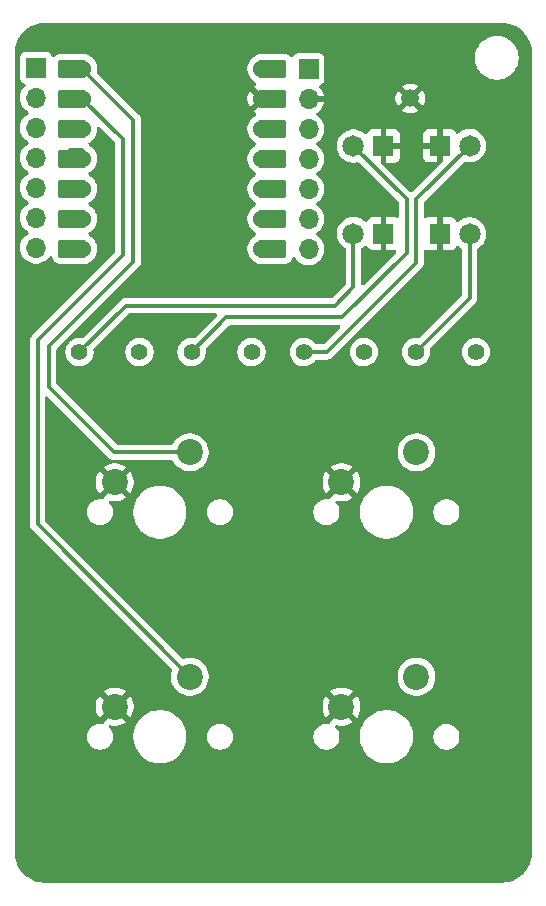
<source format=gbr>
%TF.GenerationSoftware,KiCad,Pcbnew,9.0.3*%
%TF.CreationDate,2025-07-25T20:10:58+07:00*%
%TF.ProjectId,Pathfinder,50617468-6669-46e6-9465-722e6b696361,rev?*%
%TF.SameCoordinates,Original*%
%TF.FileFunction,Copper,L1,Top*%
%TF.FilePolarity,Positive*%
%FSLAX46Y46*%
G04 Gerber Fmt 4.6, Leading zero omitted, Abs format (unit mm)*
G04 Created by KiCad (PCBNEW 9.0.3) date 2025-07-25 20:10:58*
%MOMM*%
%LPD*%
G01*
G04 APERTURE LIST*
G04 Aperture macros list*
%AMRoundRect*
0 Rectangle with rounded corners*
0 $1 Rounding radius*
0 $2 $3 $4 $5 $6 $7 $8 $9 X,Y pos of 4 corners*
0 Add a 4 corners polygon primitive as box body*
4,1,4,$2,$3,$4,$5,$6,$7,$8,$9,$2,$3,0*
0 Add four circle primitives for the rounded corners*
1,1,$1+$1,$2,$3*
1,1,$1+$1,$4,$5*
1,1,$1+$1,$6,$7*
1,1,$1+$1,$8,$9*
0 Add four rect primitives between the rounded corners*
20,1,$1+$1,$2,$3,$4,$5,0*
20,1,$1+$1,$4,$5,$6,$7,0*
20,1,$1+$1,$6,$7,$8,$9,0*
20,1,$1+$1,$8,$9,$2,$3,0*%
G04 Aperture macros list end*
%TA.AperFunction,ComponentPad*%
%ADD10O,1.700000X1.700000*%
%TD*%
%TA.AperFunction,ComponentPad*%
%ADD11R,1.700000X1.700000*%
%TD*%
%TA.AperFunction,ComponentPad*%
%ADD12C,1.400000*%
%TD*%
%TA.AperFunction,ComponentPad*%
%ADD13C,2.200000*%
%TD*%
%TA.AperFunction,ComponentPad*%
%ADD14C,1.815000*%
%TD*%
%TA.AperFunction,ComponentPad*%
%ADD15R,1.815000X1.815000*%
%TD*%
%TA.AperFunction,SMDPad,CuDef*%
%ADD16RoundRect,0.152400X1.063600X0.609600X-1.063600X0.609600X-1.063600X-0.609600X1.063600X-0.609600X0*%
%TD*%
%TA.AperFunction,ComponentPad*%
%ADD17C,1.524000*%
%TD*%
%TA.AperFunction,SMDPad,CuDef*%
%ADD18RoundRect,0.152400X-1.063600X-0.609600X1.063600X-0.609600X1.063600X0.609600X-1.063600X0.609600X0*%
%TD*%
%TA.AperFunction,ComponentPad*%
%ADD19C,1.500000*%
%TD*%
%TA.AperFunction,Conductor*%
%ADD20C,0.300000*%
%TD*%
G04 APERTURE END LIST*
D10*
%TO.P,J2,7,Pin_7*%
%TO.N,/LED4*%
X158042500Y-80610000D03*
%TO.P,J2,6,Pin_6*%
%TO.N,Net-(J2-Pin_6)*%
X158042500Y-78070000D03*
%TO.P,J2,5,Pin_5*%
%TO.N,Net-(J2-Pin_5)*%
X158042500Y-75530000D03*
%TO.P,J2,4,Pin_4*%
%TO.N,Net-(J2-Pin_4)*%
X158042500Y-72990000D03*
%TO.P,J2,3,Pin_3*%
%TO.N,Net-(J2-Pin_3)*%
X158042500Y-70450000D03*
%TO.P,J2,2,Pin_2*%
%TO.N,GND*%
X158042500Y-67910000D03*
D11*
%TO.P,J2,1,Pin_1*%
%TO.N,Net-(J2-Pin_1)*%
X158042500Y-65370000D03*
%TD*%
D10*
%TO.P,J1,7,Pin_7*%
%TO.N,/LED1*%
X134967500Y-80500000D03*
%TO.P,J1,6,Pin_6*%
%TO.N,/LED2*%
X134967500Y-77960000D03*
%TO.P,J1,5,Pin_5*%
%TO.N,/LED3*%
X134967500Y-75420000D03*
%TO.P,J1,4,Pin_4*%
%TO.N,/Button4*%
X134967500Y-72880000D03*
%TO.P,J1,3,Pin_3*%
%TO.N,/Button2*%
X134967500Y-70340000D03*
%TO.P,J1,2,Pin_2*%
%TO.N,/Button3*%
X134967500Y-67800000D03*
D11*
%TO.P,J1,1,Pin_1*%
%TO.N,/Button1*%
X134967500Y-65260000D03*
%TD*%
D12*
%TO.P,R2,1*%
%TO.N,Net-(D2-PadA)*%
X148137500Y-89335000D03*
%TO.P,R2,2*%
%TO.N,/LED2*%
X153217500Y-89335000D03*
%TD*%
%TO.P,R1,1*%
%TO.N,Net-(D1-PadA)*%
X138642500Y-89335000D03*
%TO.P,R1,2*%
%TO.N,/LED1*%
X143722500Y-89335000D03*
%TD*%
D13*
%TO.P,SW4,1,1*%
%TO.N,/Button4*%
X167182500Y-116820000D03*
%TO.P,SW4,2,2*%
%TO.N,GND*%
X160832500Y-119360000D03*
%TD*%
D12*
%TO.P,R3,1*%
%TO.N,Net-(D3-PadA)*%
X157637500Y-89335000D03*
%TO.P,R3,2*%
%TO.N,/LED3*%
X162717500Y-89335000D03*
%TD*%
D14*
%TO.P,D4,A*%
%TO.N,Net-(D4-PadA)*%
X171682500Y-79325106D03*
D15*
%TO.P,D4,C*%
%TO.N,GND*%
X169142500Y-79325106D03*
%TD*%
D12*
%TO.P,R4,1*%
%TO.N,Net-(D4-PadA)*%
X167127500Y-89335000D03*
%TO.P,R4,2*%
%TO.N,/LED4*%
X172207500Y-89335000D03*
%TD*%
D16*
%TO.P,XIAO-RP2040,1,GPIO26/ADC0/A0*%
%TO.N,/Button1*%
X138057500Y-65360000D03*
D17*
X138892500Y-65360000D03*
D16*
%TO.P,XIAO-RP2040,2,GPIO27/ADC1/A1*%
%TO.N,/Button3*%
X138057500Y-67900000D03*
D17*
X138892500Y-67900000D03*
D16*
%TO.P,XIAO-RP2040,3,GPIO28/ADC2/A2*%
%TO.N,/Button2*%
X138057500Y-70440000D03*
D17*
X138892500Y-70440000D03*
D16*
%TO.P,XIAO-RP2040,4,GPIO29/ADC3/A3*%
%TO.N,/Button4*%
X138057500Y-72980000D03*
D17*
X138892500Y-72980000D03*
D16*
%TO.P,XIAO-RP2040,5,GPIO6/SDA*%
%TO.N,/LED3*%
X138057500Y-75520000D03*
D17*
X138892500Y-75520000D03*
D16*
%TO.P,XIAO-RP2040,6,GPIO7/SCL*%
%TO.N,/LED2*%
X138057500Y-78060000D03*
D17*
X138892500Y-78060000D03*
D16*
%TO.P,XIAO-RP2040,7,GPIO0/TX*%
%TO.N,/LED1*%
X138057500Y-80600000D03*
D17*
X138892500Y-80600000D03*
%TO.P,XIAO-RP2040,8,GPIO1/RX*%
%TO.N,/LED4*%
X154132500Y-80600000D03*
D18*
X154967500Y-80600000D03*
D17*
%TO.P,XIAO-RP2040,9,GPIO2/SCK*%
%TO.N,Net-(J2-Pin_6)*%
X154132500Y-78060000D03*
D18*
X154967500Y-78060000D03*
D17*
%TO.P,XIAO-RP2040,10,GPIO4/MISO*%
%TO.N,Net-(J2-Pin_5)*%
X154132500Y-75520000D03*
D18*
X154967500Y-75520000D03*
D17*
%TO.P,XIAO-RP2040,11,GPIO3/MOSI*%
%TO.N,Net-(J2-Pin_4)*%
X154132500Y-72980000D03*
D18*
X154967500Y-72980000D03*
D17*
%TO.P,XIAO-RP2040,12,3V3*%
%TO.N,Net-(J2-Pin_3)*%
X154132500Y-70440000D03*
D18*
X154967500Y-70440000D03*
D17*
%TO.P,XIAO-RP2040,13,GND*%
%TO.N,GND*%
X154132500Y-67900000D03*
D18*
X154967500Y-67900000D03*
D17*
%TO.P,XIAO-RP2040,14,VBUS*%
%TO.N,Net-(J2-Pin_1)*%
X154132500Y-65360000D03*
D18*
X154967500Y-65360000D03*
%TD*%
D15*
%TO.P,D1,C*%
%TO.N,GND*%
X164389573Y-79300000D03*
D14*
%TO.P,D1,A*%
%TO.N,Net-(D1-PadA)*%
X161849573Y-79300000D03*
%TD*%
%TO.P,D2,A*%
%TO.N,Net-(D2-PadA)*%
X161850000Y-71894894D03*
D15*
%TO.P,D2,C*%
%TO.N,GND*%
X164390000Y-71894894D03*
%TD*%
D13*
%TO.P,SW2,1,1*%
%TO.N,/Button2*%
X167182500Y-97820000D03*
%TO.P,SW2,2,2*%
%TO.N,GND*%
X160832500Y-100360000D03*
%TD*%
D19*
%TO.P,J3,1,Pin_1*%
%TO.N,GND*%
X166650000Y-67850000D03*
%TD*%
D13*
%TO.P,SW1,1,1*%
%TO.N,/Button1*%
X147992500Y-97820000D03*
%TO.P,SW1,2,2*%
%TO.N,GND*%
X141642500Y-100360000D03*
%TD*%
D14*
%TO.P,D3,A*%
%TO.N,Net-(D3-PadA)*%
X171682500Y-71860000D03*
D15*
%TO.P,D3,C*%
%TO.N,GND*%
X169142500Y-71860000D03*
%TD*%
D13*
%TO.P,SW3,1,1*%
%TO.N,/Button3*%
X147992500Y-116820000D03*
%TO.P,SW3,2,2*%
%TO.N,GND*%
X141642500Y-119360000D03*
%TD*%
D20*
%TO.N,Net-(D2-PadA)*%
X161850000Y-71900000D02*
X161850000Y-71894894D01*
X166350000Y-76400000D02*
X161850000Y-71900000D01*
X166350000Y-80950000D02*
X166350000Y-76400000D01*
X160890000Y-86410000D02*
X166350000Y-80950000D01*
X148137500Y-89335000D02*
X151062500Y-86410000D01*
X151062500Y-86410000D02*
X160890000Y-86410000D01*
%TO.N,Net-(D1-PadA)*%
X161849573Y-83850427D02*
X161849573Y-79300000D01*
X160290000Y-85410000D02*
X161849573Y-83850427D01*
X138642500Y-89335000D02*
X142567500Y-85410000D01*
X142567500Y-85410000D02*
X160290000Y-85410000D01*
%TO.N,Net-(D3-PadA)*%
X167142500Y-76400000D02*
X171682500Y-71860000D01*
X167142500Y-81757500D02*
X167142500Y-76400000D01*
X159565000Y-89335000D02*
X167142500Y-81757500D01*
X157637500Y-89335000D02*
X159565000Y-89335000D01*
%TO.N,Net-(D4-PadA)*%
X171682500Y-79325106D02*
X171682500Y-84780000D01*
X171682500Y-84780000D02*
X167127500Y-89335000D01*
%TO.N,/Button1*%
X143222500Y-69690000D02*
X138892500Y-65360000D01*
X143222500Y-81677500D02*
X143222500Y-69690000D01*
X136050000Y-92287500D02*
X136050000Y-88850000D01*
X147992500Y-97820000D02*
X141582500Y-97820000D01*
X136050000Y-88850000D02*
X143222500Y-81677500D01*
X141582500Y-97820000D02*
X136050000Y-92287500D01*
%TO.N,/Button3*%
X135100000Y-103927500D02*
X135100000Y-88350000D01*
X142332500Y-81117500D02*
X142332500Y-71340000D01*
X147992500Y-116820000D02*
X135100000Y-103927500D01*
X142332500Y-71340000D02*
X138892500Y-67900000D01*
X135100000Y-88350000D02*
X142332500Y-81117500D01*
%TO.N,/Button4*%
X137814870Y-72211500D02*
X138892500Y-72211500D01*
%TD*%
%TA.AperFunction,Conductor*%
%TO.N,GND*%
G36*
X164639573Y-80707500D02*
G01*
X165344901Y-80707500D01*
X165344902Y-80707499D01*
X165362537Y-80705603D01*
X165431297Y-80718005D01*
X165482437Y-80765613D01*
X165499720Y-80833311D01*
X165477659Y-80899606D01*
X165463480Y-80916573D01*
X162711754Y-83668300D01*
X162650431Y-83701785D01*
X162580739Y-83696801D01*
X162524806Y-83654929D01*
X162500389Y-83589465D01*
X162500073Y-83580619D01*
X162500073Y-80624776D01*
X162519758Y-80557737D01*
X162567777Y-80514292D01*
X162587526Y-80504230D01*
X162766824Y-80373962D01*
X162807879Y-80332906D01*
X162869200Y-80299422D01*
X162938891Y-80304406D01*
X162994825Y-80346276D01*
X163011741Y-80377255D01*
X163038718Y-80449586D01*
X163038722Y-80449593D01*
X163124882Y-80564687D01*
X163124885Y-80564690D01*
X163239979Y-80650850D01*
X163239986Y-80650854D01*
X163374693Y-80701096D01*
X163374700Y-80701098D01*
X163434228Y-80707499D01*
X163434245Y-80707500D01*
X164139573Y-80707500D01*
X164139573Y-79854256D01*
X164156052Y-79863771D01*
X164309923Y-79905000D01*
X164469223Y-79905000D01*
X164623094Y-79863771D01*
X164639573Y-79854256D01*
X164639573Y-80707500D01*
G37*
%TD.AperFunction*%
%TA.AperFunction,Conductor*%
G36*
X174446236Y-61460726D02*
G01*
X174736296Y-61478271D01*
X174751159Y-61480076D01*
X175033298Y-61531780D01*
X175047835Y-61535363D01*
X175321672Y-61620695D01*
X175335663Y-61626000D01*
X175597243Y-61743727D01*
X175610489Y-61750680D01*
X175855965Y-61899075D01*
X175868276Y-61907573D01*
X176094073Y-62084473D01*
X176105281Y-62094403D01*
X176308096Y-62297218D01*
X176318026Y-62308426D01*
X176437981Y-62461538D01*
X176494922Y-62534217D01*
X176503426Y-62546537D01*
X176536448Y-62601162D01*
X176651816Y-62792004D01*
X176658775Y-62805263D01*
X176776497Y-63066831D01*
X176781806Y-63080832D01*
X176867135Y-63354663D01*
X176870719Y-63369201D01*
X176922423Y-63651340D01*
X176924228Y-63666205D01*
X176941774Y-63956263D01*
X176942000Y-63963750D01*
X176942000Y-131756249D01*
X176941774Y-131763736D01*
X176924228Y-132053794D01*
X176922423Y-132068659D01*
X176870719Y-132350798D01*
X176867135Y-132365336D01*
X176781806Y-132639167D01*
X176776497Y-132653168D01*
X176658775Y-132914736D01*
X176651816Y-132927995D01*
X176503428Y-133173459D01*
X176494922Y-133185782D01*
X176318026Y-133411573D01*
X176308096Y-133422781D01*
X176105281Y-133625596D01*
X176094073Y-133635526D01*
X175868282Y-133812422D01*
X175855959Y-133820928D01*
X175610495Y-133969316D01*
X175597236Y-133976275D01*
X175335668Y-134093997D01*
X175321667Y-134099306D01*
X175047836Y-134184635D01*
X175033298Y-134188219D01*
X174751159Y-134239923D01*
X174736294Y-134241728D01*
X174446236Y-134259274D01*
X174438749Y-134259500D01*
X135676251Y-134259500D01*
X135668764Y-134259274D01*
X135378705Y-134241728D01*
X135363840Y-134239923D01*
X135081701Y-134188219D01*
X135067163Y-134184635D01*
X134793332Y-134099306D01*
X134779331Y-134093997D01*
X134517763Y-133976275D01*
X134504504Y-133969316D01*
X134259040Y-133820928D01*
X134246717Y-133812422D01*
X134020926Y-133635526D01*
X134009718Y-133625596D01*
X133806903Y-133422781D01*
X133796973Y-133411573D01*
X133620073Y-133185776D01*
X133611575Y-133173465D01*
X133463180Y-132927989D01*
X133456227Y-132914743D01*
X133338500Y-132653163D01*
X133333193Y-132639167D01*
X133247864Y-132365336D01*
X133244280Y-132350798D01*
X133192576Y-132068659D01*
X133190771Y-132053794D01*
X133173226Y-131763736D01*
X133173000Y-131756249D01*
X133173000Y-121813389D01*
X139272000Y-121813389D01*
X139272000Y-121986611D01*
X139299098Y-122157701D01*
X139352627Y-122322445D01*
X139431268Y-122476788D01*
X139533086Y-122616928D01*
X139655572Y-122739414D01*
X139795712Y-122841232D01*
X139950055Y-122919873D01*
X140114799Y-122973402D01*
X140285889Y-123000500D01*
X140285890Y-123000500D01*
X140459110Y-123000500D01*
X140459111Y-123000500D01*
X140630201Y-122973402D01*
X140794945Y-122919873D01*
X140949288Y-122841232D01*
X141089428Y-122739414D01*
X141211914Y-122616928D01*
X141313732Y-122476788D01*
X141392373Y-122322445D01*
X141445902Y-122157701D01*
X141473000Y-121986611D01*
X141473000Y-121813389D01*
X141463354Y-121752486D01*
X143202000Y-121752486D01*
X143202000Y-122047513D01*
X143234071Y-122291113D01*
X143240507Y-122339993D01*
X143314712Y-122616930D01*
X143316861Y-122624951D01*
X143316864Y-122624961D01*
X143429754Y-122897500D01*
X143429758Y-122897510D01*
X143577261Y-123152993D01*
X143756852Y-123387040D01*
X143756858Y-123387047D01*
X143965452Y-123595641D01*
X143965459Y-123595647D01*
X144199506Y-123775238D01*
X144454989Y-123922741D01*
X144454990Y-123922741D01*
X144454993Y-123922743D01*
X144727548Y-124035639D01*
X145012507Y-124111993D01*
X145304994Y-124150500D01*
X145305001Y-124150500D01*
X145599999Y-124150500D01*
X145600006Y-124150500D01*
X145892493Y-124111993D01*
X146177452Y-124035639D01*
X146450007Y-123922743D01*
X146705494Y-123775238D01*
X146939542Y-123595646D01*
X147148146Y-123387042D01*
X147327738Y-123152994D01*
X147475243Y-122897507D01*
X147588139Y-122624952D01*
X147664493Y-122339993D01*
X147703000Y-122047506D01*
X147703000Y-121813389D01*
X149432000Y-121813389D01*
X149432000Y-121986611D01*
X149459098Y-122157701D01*
X149512627Y-122322445D01*
X149591268Y-122476788D01*
X149693086Y-122616928D01*
X149815572Y-122739414D01*
X149955712Y-122841232D01*
X150110055Y-122919873D01*
X150274799Y-122973402D01*
X150445889Y-123000500D01*
X150445890Y-123000500D01*
X150619110Y-123000500D01*
X150619111Y-123000500D01*
X150790201Y-122973402D01*
X150954945Y-122919873D01*
X151109288Y-122841232D01*
X151249428Y-122739414D01*
X151371914Y-122616928D01*
X151473732Y-122476788D01*
X151552373Y-122322445D01*
X151605902Y-122157701D01*
X151633000Y-121986611D01*
X151633000Y-121813389D01*
X158462000Y-121813389D01*
X158462000Y-121986611D01*
X158489098Y-122157701D01*
X158542627Y-122322445D01*
X158621268Y-122476788D01*
X158723086Y-122616928D01*
X158845572Y-122739414D01*
X158985712Y-122841232D01*
X159140055Y-122919873D01*
X159304799Y-122973402D01*
X159475889Y-123000500D01*
X159475890Y-123000500D01*
X159649110Y-123000500D01*
X159649111Y-123000500D01*
X159820201Y-122973402D01*
X159984945Y-122919873D01*
X160139288Y-122841232D01*
X160279428Y-122739414D01*
X160401914Y-122616928D01*
X160503732Y-122476788D01*
X160582373Y-122322445D01*
X160635902Y-122157701D01*
X160663000Y-121986611D01*
X160663000Y-121813389D01*
X160653354Y-121752486D01*
X162392000Y-121752486D01*
X162392000Y-122047513D01*
X162424071Y-122291113D01*
X162430507Y-122339993D01*
X162504712Y-122616930D01*
X162506861Y-122624951D01*
X162506864Y-122624961D01*
X162619754Y-122897500D01*
X162619758Y-122897510D01*
X162767261Y-123152993D01*
X162946852Y-123387040D01*
X162946858Y-123387047D01*
X163155452Y-123595641D01*
X163155459Y-123595647D01*
X163389506Y-123775238D01*
X163644989Y-123922741D01*
X163644990Y-123922741D01*
X163644993Y-123922743D01*
X163917548Y-124035639D01*
X164202507Y-124111993D01*
X164494994Y-124150500D01*
X164495001Y-124150500D01*
X164789999Y-124150500D01*
X164790006Y-124150500D01*
X165082493Y-124111993D01*
X165367452Y-124035639D01*
X165640007Y-123922743D01*
X165895494Y-123775238D01*
X166129542Y-123595646D01*
X166338146Y-123387042D01*
X166517738Y-123152994D01*
X166665243Y-122897507D01*
X166778139Y-122624952D01*
X166854493Y-122339993D01*
X166893000Y-122047506D01*
X166893000Y-121813389D01*
X168622000Y-121813389D01*
X168622000Y-121986611D01*
X168649098Y-122157701D01*
X168702627Y-122322445D01*
X168781268Y-122476788D01*
X168883086Y-122616928D01*
X169005572Y-122739414D01*
X169145712Y-122841232D01*
X169300055Y-122919873D01*
X169464799Y-122973402D01*
X169635889Y-123000500D01*
X169635890Y-123000500D01*
X169809110Y-123000500D01*
X169809111Y-123000500D01*
X169980201Y-122973402D01*
X170144945Y-122919873D01*
X170299288Y-122841232D01*
X170439428Y-122739414D01*
X170561914Y-122616928D01*
X170663732Y-122476788D01*
X170742373Y-122322445D01*
X170795902Y-122157701D01*
X170823000Y-121986611D01*
X170823000Y-121813389D01*
X170795902Y-121642299D01*
X170742373Y-121477555D01*
X170663732Y-121323212D01*
X170561914Y-121183072D01*
X170439428Y-121060586D01*
X170299288Y-120958768D01*
X170144945Y-120880127D01*
X169980201Y-120826598D01*
X169980199Y-120826597D01*
X169980198Y-120826597D01*
X169848771Y-120805781D01*
X169809111Y-120799500D01*
X169635889Y-120799500D01*
X169596228Y-120805781D01*
X169464802Y-120826597D01*
X169300052Y-120880128D01*
X169145711Y-120958768D01*
X169089615Y-120999525D01*
X169005572Y-121060586D01*
X169005570Y-121060588D01*
X169005569Y-121060588D01*
X168883088Y-121183069D01*
X168883088Y-121183070D01*
X168883086Y-121183072D01*
X168839359Y-121243256D01*
X168781268Y-121323211D01*
X168702628Y-121477552D01*
X168649097Y-121642302D01*
X168622000Y-121813389D01*
X166893000Y-121813389D01*
X166893000Y-121752494D01*
X166854493Y-121460007D01*
X166778139Y-121175048D01*
X166665243Y-120902493D01*
X166615104Y-120815650D01*
X166517738Y-120647006D01*
X166338147Y-120412959D01*
X166338141Y-120412952D01*
X166129547Y-120204358D01*
X166129540Y-120204352D01*
X165895493Y-120024761D01*
X165640010Y-119877258D01*
X165640000Y-119877254D01*
X165367461Y-119764364D01*
X165367454Y-119764362D01*
X165367452Y-119764361D01*
X165082493Y-119688007D01*
X165033613Y-119681571D01*
X164790013Y-119649500D01*
X164790006Y-119649500D01*
X164494994Y-119649500D01*
X164494986Y-119649500D01*
X164216585Y-119686153D01*
X164202507Y-119688007D01*
X164028361Y-119734669D01*
X163917548Y-119764361D01*
X163917538Y-119764364D01*
X163644999Y-119877254D01*
X163644989Y-119877258D01*
X163389506Y-120024761D01*
X163155459Y-120204352D01*
X163155452Y-120204358D01*
X162946858Y-120412952D01*
X162946852Y-120412959D01*
X162767261Y-120647006D01*
X162619758Y-120902489D01*
X162619754Y-120902499D01*
X162506864Y-121175038D01*
X162506861Y-121175048D01*
X162430508Y-121460004D01*
X162430506Y-121460015D01*
X162392000Y-121752486D01*
X160653354Y-121752486D01*
X160635902Y-121642299D01*
X160582373Y-121477555D01*
X160503732Y-121323212D01*
X160401914Y-121183072D01*
X160349382Y-121130540D01*
X160315897Y-121069217D01*
X160320881Y-120999525D01*
X160362753Y-120943592D01*
X160428217Y-120919175D01*
X160456461Y-120920386D01*
X160706572Y-120960000D01*
X160958428Y-120960000D01*
X161207169Y-120920602D01*
X161446684Y-120842780D01*
X161671075Y-120728446D01*
X161671081Y-120728442D01*
X161773197Y-120654250D01*
X161773198Y-120654250D01*
X161156525Y-120037578D01*
X161187758Y-120024641D01*
X161310597Y-119942563D01*
X161415063Y-119838097D01*
X161497141Y-119715258D01*
X161510078Y-119684025D01*
X162126750Y-120300698D01*
X162126750Y-120300697D01*
X162200942Y-120198581D01*
X162200946Y-120198575D01*
X162315280Y-119974184D01*
X162393102Y-119734669D01*
X162432500Y-119485928D01*
X162432500Y-119234071D01*
X162393102Y-118985330D01*
X162315280Y-118745815D01*
X162200942Y-118521416D01*
X162126750Y-118419301D01*
X162126750Y-118419300D01*
X161510077Y-119035973D01*
X161497141Y-119004742D01*
X161415063Y-118881903D01*
X161310597Y-118777437D01*
X161187758Y-118695359D01*
X161156524Y-118682421D01*
X161773198Y-118065748D01*
X161671083Y-117991557D01*
X161446684Y-117877219D01*
X161207169Y-117799397D01*
X160958428Y-117760000D01*
X160706572Y-117760000D01*
X160457830Y-117799397D01*
X160218315Y-117877219D01*
X159993913Y-117991559D01*
X159891801Y-118065747D01*
X159891800Y-118065748D01*
X160508474Y-118682421D01*
X160477242Y-118695359D01*
X160354403Y-118777437D01*
X160249937Y-118881903D01*
X160167859Y-119004742D01*
X160154922Y-119035974D01*
X159538248Y-118419300D01*
X159538247Y-118419301D01*
X159464059Y-118521413D01*
X159349719Y-118745815D01*
X159271897Y-118985330D01*
X159232500Y-119234071D01*
X159232500Y-119485928D01*
X159271897Y-119734669D01*
X159349719Y-119974184D01*
X159464057Y-120198583D01*
X159538248Y-120300697D01*
X159538248Y-120300698D01*
X160154921Y-119684024D01*
X160167859Y-119715258D01*
X160249937Y-119838097D01*
X160354403Y-119942563D01*
X160477242Y-120024641D01*
X160508474Y-120037577D01*
X159891800Y-120654250D01*
X159894098Y-120683449D01*
X159879733Y-120751827D01*
X159830681Y-120801583D01*
X159762516Y-120816921D01*
X159751083Y-120815650D01*
X159649111Y-120799500D01*
X159475889Y-120799500D01*
X159436228Y-120805781D01*
X159304802Y-120826597D01*
X159140052Y-120880128D01*
X158985711Y-120958768D01*
X158929615Y-120999525D01*
X158845572Y-121060586D01*
X158845570Y-121060588D01*
X158845569Y-121060588D01*
X158723088Y-121183069D01*
X158723088Y-121183070D01*
X158723086Y-121183072D01*
X158679359Y-121243256D01*
X158621268Y-121323211D01*
X158542628Y-121477552D01*
X158489097Y-121642302D01*
X158462000Y-121813389D01*
X151633000Y-121813389D01*
X151605902Y-121642299D01*
X151552373Y-121477555D01*
X151473732Y-121323212D01*
X151371914Y-121183072D01*
X151249428Y-121060586D01*
X151109288Y-120958768D01*
X150954945Y-120880127D01*
X150790201Y-120826598D01*
X150790199Y-120826597D01*
X150790198Y-120826597D01*
X150658771Y-120805781D01*
X150619111Y-120799500D01*
X150445889Y-120799500D01*
X150406228Y-120805781D01*
X150274802Y-120826597D01*
X150110052Y-120880128D01*
X149955711Y-120958768D01*
X149899615Y-120999525D01*
X149815572Y-121060586D01*
X149815570Y-121060588D01*
X149815569Y-121060588D01*
X149693088Y-121183069D01*
X149693088Y-121183070D01*
X149693086Y-121183072D01*
X149649359Y-121243256D01*
X149591268Y-121323211D01*
X149512628Y-121477552D01*
X149459097Y-121642302D01*
X149432000Y-121813389D01*
X147703000Y-121813389D01*
X147703000Y-121752494D01*
X147664493Y-121460007D01*
X147588139Y-121175048D01*
X147475243Y-120902493D01*
X147425104Y-120815650D01*
X147327738Y-120647006D01*
X147148147Y-120412959D01*
X147148141Y-120412952D01*
X146939547Y-120204358D01*
X146939540Y-120204352D01*
X146705493Y-120024761D01*
X146450010Y-119877258D01*
X146450000Y-119877254D01*
X146177461Y-119764364D01*
X146177454Y-119764362D01*
X146177452Y-119764361D01*
X145892493Y-119688007D01*
X145843613Y-119681571D01*
X145600013Y-119649500D01*
X145600006Y-119649500D01*
X145304994Y-119649500D01*
X145304986Y-119649500D01*
X145026585Y-119686153D01*
X145012507Y-119688007D01*
X144838361Y-119734669D01*
X144727548Y-119764361D01*
X144727538Y-119764364D01*
X144454999Y-119877254D01*
X144454989Y-119877258D01*
X144199506Y-120024761D01*
X143965459Y-120204352D01*
X143965452Y-120204358D01*
X143756858Y-120412952D01*
X143756852Y-120412959D01*
X143577261Y-120647006D01*
X143429758Y-120902489D01*
X143429754Y-120902499D01*
X143316864Y-121175038D01*
X143316861Y-121175048D01*
X143240508Y-121460004D01*
X143240506Y-121460015D01*
X143202000Y-121752486D01*
X141463354Y-121752486D01*
X141445902Y-121642299D01*
X141392373Y-121477555D01*
X141313732Y-121323212D01*
X141211914Y-121183072D01*
X141159382Y-121130540D01*
X141125897Y-121069217D01*
X141130881Y-120999525D01*
X141172753Y-120943592D01*
X141238217Y-120919175D01*
X141266461Y-120920386D01*
X141516572Y-120960000D01*
X141768428Y-120960000D01*
X142017169Y-120920602D01*
X142256684Y-120842780D01*
X142481075Y-120728446D01*
X142481081Y-120728442D01*
X142583197Y-120654250D01*
X142583198Y-120654250D01*
X141966525Y-120037578D01*
X141997758Y-120024641D01*
X142120597Y-119942563D01*
X142225063Y-119838097D01*
X142307141Y-119715258D01*
X142320078Y-119684025D01*
X142936750Y-120300698D01*
X142936750Y-120300697D01*
X143010942Y-120198581D01*
X143010946Y-120198575D01*
X143125280Y-119974184D01*
X143203102Y-119734669D01*
X143242500Y-119485928D01*
X143242500Y-119234071D01*
X143203102Y-118985330D01*
X143125280Y-118745815D01*
X143010942Y-118521416D01*
X142936750Y-118419301D01*
X142936750Y-118419300D01*
X142320077Y-119035973D01*
X142307141Y-119004742D01*
X142225063Y-118881903D01*
X142120597Y-118777437D01*
X141997758Y-118695359D01*
X141966524Y-118682421D01*
X142583198Y-118065748D01*
X142481083Y-117991557D01*
X142256684Y-117877219D01*
X142017169Y-117799397D01*
X141768428Y-117760000D01*
X141516572Y-117760000D01*
X141267830Y-117799397D01*
X141028315Y-117877219D01*
X140803913Y-117991559D01*
X140701801Y-118065747D01*
X140701800Y-118065748D01*
X141318474Y-118682421D01*
X141287242Y-118695359D01*
X141164403Y-118777437D01*
X141059937Y-118881903D01*
X140977859Y-119004742D01*
X140964921Y-119035974D01*
X140348248Y-118419300D01*
X140348247Y-118419301D01*
X140274059Y-118521413D01*
X140159719Y-118745815D01*
X140081897Y-118985330D01*
X140042500Y-119234071D01*
X140042500Y-119485928D01*
X140081897Y-119734669D01*
X140159719Y-119974184D01*
X140274057Y-120198583D01*
X140348248Y-120300697D01*
X140348248Y-120300698D01*
X140964921Y-119684024D01*
X140977859Y-119715258D01*
X141059937Y-119838097D01*
X141164403Y-119942563D01*
X141287242Y-120024641D01*
X141318474Y-120037577D01*
X140701800Y-120654250D01*
X140704098Y-120683449D01*
X140689733Y-120751827D01*
X140640681Y-120801583D01*
X140572516Y-120816921D01*
X140561083Y-120815650D01*
X140459111Y-120799500D01*
X140285889Y-120799500D01*
X140246228Y-120805781D01*
X140114802Y-120826597D01*
X139950052Y-120880128D01*
X139795711Y-120958768D01*
X139739615Y-120999525D01*
X139655572Y-121060586D01*
X139655570Y-121060588D01*
X139655569Y-121060588D01*
X139533088Y-121183069D01*
X139533088Y-121183070D01*
X139533086Y-121183072D01*
X139489359Y-121243256D01*
X139431268Y-121323211D01*
X139352628Y-121477552D01*
X139299097Y-121642302D01*
X139272000Y-121813389D01*
X133173000Y-121813389D01*
X133173000Y-64362135D01*
X133617000Y-64362135D01*
X133617000Y-66157870D01*
X133617001Y-66157876D01*
X133623408Y-66217483D01*
X133673702Y-66352328D01*
X133673706Y-66352335D01*
X133759952Y-66467544D01*
X133759955Y-66467547D01*
X133875164Y-66553793D01*
X133875171Y-66553797D01*
X134006582Y-66602810D01*
X134062516Y-66644681D01*
X134086933Y-66710145D01*
X134072082Y-66778418D01*
X134050931Y-66806673D01*
X133937389Y-66920215D01*
X133812451Y-67092179D01*
X133715944Y-67281585D01*
X133650253Y-67483760D01*
X133617000Y-67693713D01*
X133617000Y-67906286D01*
X133643178Y-68071571D01*
X133650254Y-68116243D01*
X133685958Y-68226129D01*
X133715944Y-68318414D01*
X133812451Y-68507820D01*
X133937390Y-68679786D01*
X134087713Y-68830109D01*
X134259682Y-68955050D01*
X134268446Y-68959516D01*
X134319242Y-69007491D01*
X134336036Y-69075312D01*
X134313498Y-69141447D01*
X134268446Y-69180484D01*
X134259682Y-69184949D01*
X134087713Y-69309890D01*
X133937390Y-69460213D01*
X133812451Y-69632179D01*
X133715944Y-69821585D01*
X133650253Y-70023760D01*
X133617000Y-70233713D01*
X133617000Y-70446286D01*
X133646129Y-70630203D01*
X133650254Y-70656243D01*
X133711626Y-70845127D01*
X133715944Y-70858414D01*
X133812451Y-71047820D01*
X133937390Y-71219786D01*
X134087713Y-71370109D01*
X134259682Y-71495050D01*
X134268446Y-71499516D01*
X134319242Y-71547491D01*
X134336036Y-71615312D01*
X134313498Y-71681447D01*
X134268446Y-71720484D01*
X134259682Y-71724949D01*
X134087713Y-71849890D01*
X133937390Y-72000213D01*
X133812451Y-72172179D01*
X133715944Y-72361585D01*
X133650253Y-72563760D01*
X133617000Y-72773713D01*
X133617000Y-72986286D01*
X133645280Y-73164843D01*
X133650254Y-73196243D01*
X133685995Y-73306243D01*
X133715944Y-73398414D01*
X133812451Y-73587820D01*
X133937390Y-73759786D01*
X134087713Y-73910109D01*
X134259682Y-74035050D01*
X134268446Y-74039516D01*
X134319242Y-74087491D01*
X134336036Y-74155312D01*
X134313498Y-74221447D01*
X134268446Y-74260484D01*
X134259682Y-74264949D01*
X134087713Y-74389890D01*
X133937390Y-74540213D01*
X133812451Y-74712179D01*
X133715944Y-74901585D01*
X133650253Y-75103760D01*
X133617000Y-75313713D01*
X133617000Y-75526287D01*
X133650254Y-75736243D01*
X133685995Y-75846243D01*
X133715944Y-75938414D01*
X133812451Y-76127820D01*
X133937390Y-76299786D01*
X134087713Y-76450109D01*
X134259682Y-76575050D01*
X134268446Y-76579516D01*
X134319242Y-76627491D01*
X134336036Y-76695312D01*
X134313498Y-76761447D01*
X134268446Y-76800484D01*
X134259682Y-76804949D01*
X134087713Y-76929890D01*
X133937390Y-77080213D01*
X133812451Y-77252179D01*
X133715944Y-77441585D01*
X133650253Y-77643760D01*
X133617000Y-77853713D01*
X133617000Y-78066286D01*
X133648804Y-78267092D01*
X133650254Y-78276243D01*
X133685995Y-78386243D01*
X133715944Y-78478414D01*
X133812451Y-78667820D01*
X133937390Y-78839786D01*
X134087713Y-78990109D01*
X134259682Y-79115050D01*
X134268446Y-79119516D01*
X134319242Y-79167491D01*
X134336036Y-79235312D01*
X134313498Y-79301447D01*
X134268446Y-79340484D01*
X134259682Y-79344949D01*
X134087713Y-79469890D01*
X133937390Y-79620213D01*
X133812451Y-79792179D01*
X133715944Y-79981585D01*
X133650253Y-80183760D01*
X133624513Y-80346276D01*
X133617000Y-80393713D01*
X133617000Y-80606287D01*
X133623905Y-80649882D01*
X133643567Y-80774028D01*
X133650254Y-80816243D01*
X133685995Y-80926243D01*
X133715944Y-81018414D01*
X133812451Y-81207820D01*
X133937390Y-81379786D01*
X134087713Y-81530109D01*
X134259679Y-81655048D01*
X134259681Y-81655049D01*
X134259684Y-81655051D01*
X134449088Y-81751557D01*
X134651257Y-81817246D01*
X134861213Y-81850500D01*
X134861214Y-81850500D01*
X135073786Y-81850500D01*
X135073787Y-81850500D01*
X135283743Y-81817246D01*
X135485912Y-81751557D01*
X135675316Y-81655051D01*
X135733273Y-81612943D01*
X135847286Y-81530109D01*
X135847288Y-81530106D01*
X135847292Y-81530104D01*
X135997604Y-81379792D01*
X136117278Y-81215073D01*
X136172605Y-81172410D01*
X136242218Y-81166431D01*
X136304013Y-81199036D01*
X136338371Y-81259874D01*
X136341212Y-81278231D01*
X136343912Y-81312547D01*
X136343913Y-81312552D01*
X136389934Y-81470954D01*
X136389935Y-81470957D01*
X136473905Y-81612943D01*
X136473912Y-81612952D01*
X136590547Y-81729587D01*
X136590551Y-81729590D01*
X136590553Y-81729592D01*
X136732541Y-81813564D01*
X136760094Y-81821569D01*
X136890947Y-81859586D01*
X136890950Y-81859586D01*
X136890952Y-81859587D01*
X136927966Y-81862500D01*
X136927974Y-81862500D01*
X139187026Y-81862500D01*
X139187034Y-81862500D01*
X139224048Y-81859587D01*
X139224050Y-81859586D01*
X139224052Y-81859586D01*
X139265823Y-81847449D01*
X139382459Y-81813564D01*
X139524447Y-81729592D01*
X139620648Y-81633389D01*
X139635439Y-81620758D01*
X139714964Y-81562981D01*
X139855481Y-81422464D01*
X139972287Y-81261694D01*
X140062505Y-81084632D01*
X140123913Y-80895636D01*
X140155000Y-80699361D01*
X140155000Y-80500639D01*
X140123913Y-80304364D01*
X140062505Y-80115368D01*
X140062505Y-80115367D01*
X139994339Y-79981585D01*
X139972287Y-79938306D01*
X139855481Y-79777536D01*
X139714964Y-79637019D01*
X139691832Y-79620213D01*
X139635438Y-79579240D01*
X139628675Y-79573960D01*
X139624500Y-79570461D01*
X139524447Y-79470408D01*
X139458759Y-79431560D01*
X139450977Y-79425038D01*
X139437010Y-79404073D01*
X139419821Y-79385663D01*
X139417971Y-79375492D01*
X139412240Y-79366890D01*
X139411824Y-79341702D01*
X139407317Y-79316921D01*
X139411258Y-79307366D01*
X139411088Y-79297030D01*
X139424356Y-79275616D01*
X139433962Y-79252332D01*
X139444374Y-79243309D01*
X139447889Y-79237638D01*
X139454627Y-79234425D01*
X139467504Y-79223268D01*
X139482678Y-79214294D01*
X139524447Y-79189592D01*
X139620648Y-79093389D01*
X139635439Y-79080758D01*
X139714964Y-79022981D01*
X139855481Y-78882464D01*
X139972287Y-78721694D01*
X140062505Y-78544632D01*
X140123913Y-78355636D01*
X140155000Y-78159361D01*
X140155000Y-77960639D01*
X140123913Y-77764364D01*
X140062505Y-77575368D01*
X140062505Y-77575367D01*
X139994339Y-77441585D01*
X139972287Y-77398306D01*
X139855481Y-77237536D01*
X139714964Y-77097019D01*
X139691832Y-77080213D01*
X139635438Y-77039240D01*
X139628675Y-77033960D01*
X139624500Y-77030461D01*
X139524447Y-76930408D01*
X139458759Y-76891560D01*
X139450977Y-76885038D01*
X139437010Y-76864073D01*
X139419821Y-76845663D01*
X139417971Y-76835492D01*
X139412240Y-76826890D01*
X139411824Y-76801702D01*
X139407317Y-76776921D01*
X139411258Y-76767366D01*
X139411088Y-76757030D01*
X139424356Y-76735616D01*
X139433962Y-76712332D01*
X139444374Y-76703309D01*
X139447889Y-76697638D01*
X139454627Y-76694425D01*
X139467504Y-76683268D01*
X139487306Y-76671557D01*
X139524447Y-76649592D01*
X139620648Y-76553389D01*
X139635439Y-76540758D01*
X139714964Y-76482981D01*
X139855481Y-76342464D01*
X139972287Y-76181694D01*
X140062505Y-76004632D01*
X140123913Y-75815636D01*
X140155000Y-75619361D01*
X140155000Y-75420639D01*
X140123913Y-75224364D01*
X140062505Y-75035368D01*
X140062505Y-75035367D01*
X139994339Y-74901585D01*
X139972287Y-74858306D01*
X139855481Y-74697536D01*
X139714964Y-74557019D01*
X139691832Y-74540213D01*
X139635438Y-74499240D01*
X139628675Y-74493960D01*
X139624500Y-74490461D01*
X139524447Y-74390408D01*
X139458759Y-74351560D01*
X139450977Y-74345038D01*
X139437010Y-74324073D01*
X139419821Y-74305663D01*
X139417971Y-74295492D01*
X139412240Y-74286890D01*
X139411824Y-74261702D01*
X139407317Y-74236921D01*
X139411258Y-74227366D01*
X139411088Y-74217030D01*
X139424356Y-74195616D01*
X139433962Y-74172332D01*
X139444374Y-74163309D01*
X139447889Y-74157638D01*
X139454627Y-74154425D01*
X139467504Y-74143268D01*
X139487306Y-74131557D01*
X139524447Y-74109592D01*
X139620648Y-74013389D01*
X139635439Y-74000758D01*
X139714964Y-73942981D01*
X139855481Y-73802464D01*
X139972287Y-73641694D01*
X140062505Y-73464632D01*
X140123913Y-73275636D01*
X140155000Y-73079361D01*
X140155000Y-72880639D01*
X140123913Y-72684364D01*
X140062505Y-72495368D01*
X140062505Y-72495367D01*
X139985440Y-72344121D01*
X139972287Y-72318306D01*
X139855481Y-72157536D01*
X139714964Y-72017019D01*
X139691832Y-72000213D01*
X139635438Y-71959240D01*
X139628675Y-71953960D01*
X139624500Y-71950461D01*
X139524447Y-71850408D01*
X139458763Y-71811562D01*
X139450977Y-71805037D01*
X139437009Y-71784071D01*
X139419820Y-71765661D01*
X139417970Y-71755492D01*
X139412239Y-71746889D01*
X139411824Y-71721700D01*
X139407317Y-71696919D01*
X139411259Y-71687363D01*
X139411089Y-71677029D01*
X139424355Y-71655618D01*
X139433963Y-71632330D01*
X139444376Y-71623307D01*
X139447890Y-71617636D01*
X139454628Y-71614423D01*
X139467499Y-71603271D01*
X139524447Y-71569592D01*
X139620648Y-71473389D01*
X139635439Y-71460758D01*
X139714964Y-71402981D01*
X139855481Y-71262464D01*
X139972287Y-71101694D01*
X140062505Y-70924632D01*
X140123913Y-70735636D01*
X140155000Y-70539361D01*
X140155000Y-70381808D01*
X140174685Y-70314769D01*
X140227489Y-70269014D01*
X140296647Y-70259070D01*
X140360203Y-70288095D01*
X140366681Y-70294127D01*
X141645681Y-71573127D01*
X141679166Y-71634450D01*
X141682000Y-71660808D01*
X141682000Y-80796691D01*
X141662315Y-80863730D01*
X141645681Y-80884372D01*
X134594727Y-87935325D01*
X134594726Y-87935326D01*
X134523534Y-88041874D01*
X134474499Y-88160255D01*
X134474497Y-88160261D01*
X134449500Y-88285928D01*
X134449500Y-88285931D01*
X134449500Y-103991569D01*
X134449501Y-103991574D01*
X134451277Y-104000500D01*
X134451278Y-104000507D01*
X134474497Y-104117236D01*
X134474499Y-104117244D01*
X134523534Y-104235625D01*
X134594726Y-104342173D01*
X134594727Y-104342174D01*
X146442999Y-116190445D01*
X146476484Y-116251768D01*
X146473249Y-116316444D01*
X146431410Y-116445210D01*
X146431410Y-116445213D01*
X146392000Y-116694038D01*
X146392000Y-116945961D01*
X146431410Y-117194785D01*
X146509260Y-117434383D01*
X146623632Y-117658848D01*
X146771701Y-117862649D01*
X146771705Y-117862654D01*
X146949845Y-118040794D01*
X146949850Y-118040798D01*
X147127617Y-118169952D01*
X147153655Y-118188870D01*
X147296684Y-118261747D01*
X147378116Y-118303239D01*
X147378118Y-118303239D01*
X147378121Y-118303241D01*
X147617715Y-118381090D01*
X147866538Y-118420500D01*
X147866539Y-118420500D01*
X148118461Y-118420500D01*
X148118462Y-118420500D01*
X148367285Y-118381090D01*
X148606879Y-118303241D01*
X148831345Y-118188870D01*
X149035156Y-118040793D01*
X149213293Y-117862656D01*
X149361370Y-117658845D01*
X149475741Y-117434379D01*
X149553590Y-117194785D01*
X149593000Y-116945962D01*
X149593000Y-116694038D01*
X165582000Y-116694038D01*
X165582000Y-116945961D01*
X165621410Y-117194785D01*
X165699260Y-117434383D01*
X165813632Y-117658848D01*
X165961701Y-117862649D01*
X165961705Y-117862654D01*
X166139845Y-118040794D01*
X166139850Y-118040798D01*
X166317617Y-118169952D01*
X166343655Y-118188870D01*
X166486684Y-118261747D01*
X166568116Y-118303239D01*
X166568118Y-118303239D01*
X166568121Y-118303241D01*
X166807715Y-118381090D01*
X167056538Y-118420500D01*
X167056539Y-118420500D01*
X167308461Y-118420500D01*
X167308462Y-118420500D01*
X167557285Y-118381090D01*
X167796879Y-118303241D01*
X168021345Y-118188870D01*
X168225156Y-118040793D01*
X168403293Y-117862656D01*
X168551370Y-117658845D01*
X168665741Y-117434379D01*
X168743590Y-117194785D01*
X168783000Y-116945962D01*
X168783000Y-116694038D01*
X168743590Y-116445215D01*
X168665741Y-116205621D01*
X168665739Y-116205618D01*
X168665739Y-116205616D01*
X168624247Y-116124184D01*
X168551370Y-115981155D01*
X168532452Y-115955117D01*
X168403298Y-115777350D01*
X168403294Y-115777345D01*
X168225154Y-115599205D01*
X168225149Y-115599201D01*
X168021348Y-115451132D01*
X168021347Y-115451131D01*
X168021345Y-115451130D01*
X167951247Y-115415413D01*
X167796883Y-115336760D01*
X167557285Y-115258910D01*
X167308462Y-115219500D01*
X167056538Y-115219500D01*
X166932126Y-115239205D01*
X166807714Y-115258910D01*
X166568116Y-115336760D01*
X166343651Y-115451132D01*
X166139850Y-115599201D01*
X166139845Y-115599205D01*
X165961705Y-115777345D01*
X165961701Y-115777350D01*
X165813632Y-115981151D01*
X165699260Y-116205616D01*
X165621410Y-116445214D01*
X165582000Y-116694038D01*
X149593000Y-116694038D01*
X149553590Y-116445215D01*
X149475741Y-116205621D01*
X149475739Y-116205618D01*
X149475739Y-116205616D01*
X149434247Y-116124184D01*
X149361370Y-115981155D01*
X149342452Y-115955117D01*
X149213298Y-115777350D01*
X149213294Y-115777345D01*
X149035154Y-115599205D01*
X149035149Y-115599201D01*
X148831348Y-115451132D01*
X148831347Y-115451131D01*
X148831345Y-115451130D01*
X148761247Y-115415413D01*
X148606883Y-115336760D01*
X148367285Y-115258910D01*
X148118462Y-115219500D01*
X147866538Y-115219500D01*
X147783597Y-115232636D01*
X147617713Y-115258910D01*
X147617710Y-115258910D01*
X147488944Y-115300749D01*
X147419102Y-115302744D01*
X147362945Y-115270499D01*
X135786819Y-103694373D01*
X135753334Y-103633050D01*
X135750500Y-103606692D01*
X135750500Y-102813389D01*
X139272000Y-102813389D01*
X139272000Y-102986611D01*
X139299098Y-103157701D01*
X139352627Y-103322445D01*
X139431268Y-103476788D01*
X139533086Y-103616928D01*
X139655572Y-103739414D01*
X139795712Y-103841232D01*
X139950055Y-103919873D01*
X140114799Y-103973402D01*
X140285889Y-104000500D01*
X140285890Y-104000500D01*
X140459110Y-104000500D01*
X140459111Y-104000500D01*
X140630201Y-103973402D01*
X140794945Y-103919873D01*
X140949288Y-103841232D01*
X141089428Y-103739414D01*
X141211914Y-103616928D01*
X141313732Y-103476788D01*
X141392373Y-103322445D01*
X141445902Y-103157701D01*
X141473000Y-102986611D01*
X141473000Y-102813389D01*
X141463354Y-102752486D01*
X143202000Y-102752486D01*
X143202000Y-103047513D01*
X143234071Y-103291113D01*
X143240507Y-103339993D01*
X143314712Y-103616930D01*
X143316861Y-103624951D01*
X143316864Y-103624961D01*
X143429754Y-103897500D01*
X143429758Y-103897510D01*
X143577261Y-104152993D01*
X143756852Y-104387040D01*
X143756858Y-104387047D01*
X143965452Y-104595641D01*
X143965459Y-104595647D01*
X144199506Y-104775238D01*
X144454989Y-104922741D01*
X144454990Y-104922741D01*
X144454993Y-104922743D01*
X144727548Y-105035639D01*
X145012507Y-105111993D01*
X145304994Y-105150500D01*
X145305001Y-105150500D01*
X145599999Y-105150500D01*
X145600006Y-105150500D01*
X145892493Y-105111993D01*
X146177452Y-105035639D01*
X146450007Y-104922743D01*
X146705494Y-104775238D01*
X146939542Y-104595646D01*
X147148146Y-104387042D01*
X147327738Y-104152994D01*
X147475243Y-103897507D01*
X147588139Y-103624952D01*
X147664493Y-103339993D01*
X147703000Y-103047506D01*
X147703000Y-102813389D01*
X149432000Y-102813389D01*
X149432000Y-102986611D01*
X149459098Y-103157701D01*
X149512627Y-103322445D01*
X149591268Y-103476788D01*
X149693086Y-103616928D01*
X149815572Y-103739414D01*
X149955712Y-103841232D01*
X150110055Y-103919873D01*
X150274799Y-103973402D01*
X150445889Y-104000500D01*
X150445890Y-104000500D01*
X150619110Y-104000500D01*
X150619111Y-104000500D01*
X150790201Y-103973402D01*
X150954945Y-103919873D01*
X151109288Y-103841232D01*
X151249428Y-103739414D01*
X151371914Y-103616928D01*
X151473732Y-103476788D01*
X151552373Y-103322445D01*
X151605902Y-103157701D01*
X151633000Y-102986611D01*
X151633000Y-102813389D01*
X158462000Y-102813389D01*
X158462000Y-102986611D01*
X158489098Y-103157701D01*
X158542627Y-103322445D01*
X158621268Y-103476788D01*
X158723086Y-103616928D01*
X158845572Y-103739414D01*
X158985712Y-103841232D01*
X159140055Y-103919873D01*
X159304799Y-103973402D01*
X159475889Y-104000500D01*
X159475890Y-104000500D01*
X159649110Y-104000500D01*
X159649111Y-104000500D01*
X159820201Y-103973402D01*
X159984945Y-103919873D01*
X160139288Y-103841232D01*
X160279428Y-103739414D01*
X160401914Y-103616928D01*
X160503732Y-103476788D01*
X160582373Y-103322445D01*
X160635902Y-103157701D01*
X160663000Y-102986611D01*
X160663000Y-102813389D01*
X160653354Y-102752486D01*
X162392000Y-102752486D01*
X162392000Y-103047513D01*
X162424071Y-103291113D01*
X162430507Y-103339993D01*
X162504712Y-103616930D01*
X162506861Y-103624951D01*
X162506864Y-103624961D01*
X162619754Y-103897500D01*
X162619758Y-103897510D01*
X162767261Y-104152993D01*
X162946852Y-104387040D01*
X162946858Y-104387047D01*
X163155452Y-104595641D01*
X163155459Y-104595647D01*
X163389506Y-104775238D01*
X163644989Y-104922741D01*
X163644990Y-104922741D01*
X163644993Y-104922743D01*
X163917548Y-105035639D01*
X164202507Y-105111993D01*
X164494994Y-105150500D01*
X164495001Y-105150500D01*
X164789999Y-105150500D01*
X164790006Y-105150500D01*
X165082493Y-105111993D01*
X165367452Y-105035639D01*
X165640007Y-104922743D01*
X165895494Y-104775238D01*
X166129542Y-104595646D01*
X166338146Y-104387042D01*
X166517738Y-104152994D01*
X166665243Y-103897507D01*
X166778139Y-103624952D01*
X166854493Y-103339993D01*
X166893000Y-103047506D01*
X166893000Y-102813389D01*
X168622000Y-102813389D01*
X168622000Y-102986611D01*
X168649098Y-103157701D01*
X168702627Y-103322445D01*
X168781268Y-103476788D01*
X168883086Y-103616928D01*
X169005572Y-103739414D01*
X169145712Y-103841232D01*
X169300055Y-103919873D01*
X169464799Y-103973402D01*
X169635889Y-104000500D01*
X169635890Y-104000500D01*
X169809110Y-104000500D01*
X169809111Y-104000500D01*
X169980201Y-103973402D01*
X170144945Y-103919873D01*
X170299288Y-103841232D01*
X170439428Y-103739414D01*
X170561914Y-103616928D01*
X170663732Y-103476788D01*
X170742373Y-103322445D01*
X170795902Y-103157701D01*
X170823000Y-102986611D01*
X170823000Y-102813389D01*
X170795902Y-102642299D01*
X170742373Y-102477555D01*
X170663732Y-102323212D01*
X170561914Y-102183072D01*
X170439428Y-102060586D01*
X170299288Y-101958768D01*
X170144945Y-101880127D01*
X169980201Y-101826598D01*
X169980199Y-101826597D01*
X169980198Y-101826597D01*
X169848771Y-101805781D01*
X169809111Y-101799500D01*
X169635889Y-101799500D01*
X169596228Y-101805781D01*
X169464802Y-101826597D01*
X169300052Y-101880128D01*
X169145711Y-101958768D01*
X169089615Y-101999525D01*
X169005572Y-102060586D01*
X169005570Y-102060588D01*
X169005569Y-102060588D01*
X168883088Y-102183069D01*
X168883088Y-102183070D01*
X168883086Y-102183072D01*
X168839359Y-102243256D01*
X168781268Y-102323211D01*
X168702628Y-102477552D01*
X168649097Y-102642302D01*
X168622000Y-102813389D01*
X166893000Y-102813389D01*
X166893000Y-102752494D01*
X166854493Y-102460007D01*
X166778139Y-102175048D01*
X166665243Y-101902493D01*
X166615104Y-101815650D01*
X166517738Y-101647006D01*
X166338147Y-101412959D01*
X166338141Y-101412952D01*
X166129547Y-101204358D01*
X166129540Y-101204352D01*
X165895493Y-101024761D01*
X165640010Y-100877258D01*
X165640000Y-100877254D01*
X165367461Y-100764364D01*
X165367454Y-100764362D01*
X165367452Y-100764361D01*
X165082493Y-100688007D01*
X165033613Y-100681571D01*
X164790013Y-100649500D01*
X164790006Y-100649500D01*
X164494994Y-100649500D01*
X164494986Y-100649500D01*
X164216585Y-100686153D01*
X164202507Y-100688007D01*
X164028361Y-100734669D01*
X163917548Y-100764361D01*
X163917538Y-100764364D01*
X163644999Y-100877254D01*
X163644989Y-100877258D01*
X163389506Y-101024761D01*
X163155459Y-101204352D01*
X163155452Y-101204358D01*
X162946858Y-101412952D01*
X162946852Y-101412959D01*
X162767261Y-101647006D01*
X162619758Y-101902489D01*
X162619754Y-101902499D01*
X162506864Y-102175038D01*
X162506861Y-102175048D01*
X162430508Y-102460004D01*
X162430506Y-102460015D01*
X162392000Y-102752486D01*
X160653354Y-102752486D01*
X160635902Y-102642299D01*
X160582373Y-102477555D01*
X160503732Y-102323212D01*
X160401914Y-102183072D01*
X160349382Y-102130540D01*
X160315897Y-102069217D01*
X160320881Y-101999525D01*
X160362753Y-101943592D01*
X160428217Y-101919175D01*
X160456461Y-101920386D01*
X160706572Y-101960000D01*
X160958428Y-101960000D01*
X161207169Y-101920602D01*
X161446684Y-101842780D01*
X161671075Y-101728446D01*
X161671081Y-101728442D01*
X161773197Y-101654250D01*
X161773198Y-101654250D01*
X161156525Y-101037578D01*
X161187758Y-101024641D01*
X161310597Y-100942563D01*
X161415063Y-100838097D01*
X161497141Y-100715258D01*
X161510078Y-100684025D01*
X162126750Y-101300698D01*
X162126750Y-101300697D01*
X162200942Y-101198581D01*
X162200946Y-101198575D01*
X162315280Y-100974184D01*
X162393102Y-100734669D01*
X162432500Y-100485928D01*
X162432500Y-100234071D01*
X162393102Y-99985330D01*
X162315280Y-99745815D01*
X162200942Y-99521416D01*
X162126750Y-99419301D01*
X162126750Y-99419300D01*
X161510077Y-100035973D01*
X161497141Y-100004742D01*
X161415063Y-99881903D01*
X161310597Y-99777437D01*
X161187758Y-99695359D01*
X161156524Y-99682421D01*
X161773198Y-99065748D01*
X161671083Y-98991557D01*
X161446684Y-98877219D01*
X161207169Y-98799397D01*
X160958428Y-98760000D01*
X160706572Y-98760000D01*
X160457830Y-98799397D01*
X160218315Y-98877219D01*
X159993913Y-98991559D01*
X159891801Y-99065747D01*
X159891800Y-99065748D01*
X160508474Y-99682421D01*
X160477242Y-99695359D01*
X160354403Y-99777437D01*
X160249937Y-99881903D01*
X160167859Y-100004742D01*
X160154922Y-100035974D01*
X159538248Y-99419300D01*
X159538247Y-99419301D01*
X159464059Y-99521413D01*
X159349719Y-99745815D01*
X159271897Y-99985330D01*
X159232500Y-100234071D01*
X159232500Y-100485928D01*
X159271897Y-100734669D01*
X159349719Y-100974184D01*
X159464057Y-101198583D01*
X159538248Y-101300697D01*
X159538248Y-101300698D01*
X160154921Y-100684024D01*
X160167859Y-100715258D01*
X160249937Y-100838097D01*
X160354403Y-100942563D01*
X160477242Y-101024641D01*
X160508474Y-101037577D01*
X159891800Y-101654250D01*
X159894098Y-101683449D01*
X159879733Y-101751827D01*
X159830681Y-101801583D01*
X159762516Y-101816921D01*
X159751083Y-101815650D01*
X159649111Y-101799500D01*
X159475889Y-101799500D01*
X159436228Y-101805781D01*
X159304802Y-101826597D01*
X159140052Y-101880128D01*
X158985711Y-101958768D01*
X158929615Y-101999525D01*
X158845572Y-102060586D01*
X158845570Y-102060588D01*
X158845569Y-102060588D01*
X158723088Y-102183069D01*
X158723088Y-102183070D01*
X158723086Y-102183072D01*
X158679359Y-102243256D01*
X158621268Y-102323211D01*
X158542628Y-102477552D01*
X158489097Y-102642302D01*
X158462000Y-102813389D01*
X151633000Y-102813389D01*
X151605902Y-102642299D01*
X151552373Y-102477555D01*
X151473732Y-102323212D01*
X151371914Y-102183072D01*
X151249428Y-102060586D01*
X151109288Y-101958768D01*
X150954945Y-101880127D01*
X150790201Y-101826598D01*
X150790199Y-101826597D01*
X150790198Y-101826597D01*
X150658771Y-101805781D01*
X150619111Y-101799500D01*
X150445889Y-101799500D01*
X150406228Y-101805781D01*
X150274802Y-101826597D01*
X150110052Y-101880128D01*
X149955711Y-101958768D01*
X149899615Y-101999525D01*
X149815572Y-102060586D01*
X149815570Y-102060588D01*
X149815569Y-102060588D01*
X149693088Y-102183069D01*
X149693088Y-102183070D01*
X149693086Y-102183072D01*
X149649359Y-102243256D01*
X149591268Y-102323211D01*
X149512628Y-102477552D01*
X149459097Y-102642302D01*
X149432000Y-102813389D01*
X147703000Y-102813389D01*
X147703000Y-102752494D01*
X147664493Y-102460007D01*
X147588139Y-102175048D01*
X147475243Y-101902493D01*
X147425104Y-101815650D01*
X147327738Y-101647006D01*
X147148147Y-101412959D01*
X147148141Y-101412952D01*
X146939547Y-101204358D01*
X146939540Y-101204352D01*
X146705493Y-101024761D01*
X146450010Y-100877258D01*
X146450000Y-100877254D01*
X146177461Y-100764364D01*
X146177454Y-100764362D01*
X146177452Y-100764361D01*
X145892493Y-100688007D01*
X145843613Y-100681571D01*
X145600013Y-100649500D01*
X145600006Y-100649500D01*
X145304994Y-100649500D01*
X145304986Y-100649500D01*
X145026585Y-100686153D01*
X145012507Y-100688007D01*
X144838361Y-100734669D01*
X144727548Y-100764361D01*
X144727538Y-100764364D01*
X144454999Y-100877254D01*
X144454989Y-100877258D01*
X144199506Y-101024761D01*
X143965459Y-101204352D01*
X143965452Y-101204358D01*
X143756858Y-101412952D01*
X143756852Y-101412959D01*
X143577261Y-101647006D01*
X143429758Y-101902489D01*
X143429754Y-101902499D01*
X143316864Y-102175038D01*
X143316861Y-102175048D01*
X143240508Y-102460004D01*
X143240506Y-102460015D01*
X143202000Y-102752486D01*
X141463354Y-102752486D01*
X141445902Y-102642299D01*
X141392373Y-102477555D01*
X141313732Y-102323212D01*
X141211914Y-102183072D01*
X141159382Y-102130540D01*
X141125897Y-102069217D01*
X141130881Y-101999525D01*
X141172753Y-101943592D01*
X141238217Y-101919175D01*
X141266461Y-101920386D01*
X141516572Y-101960000D01*
X141768428Y-101960000D01*
X142017169Y-101920602D01*
X142256684Y-101842780D01*
X142481075Y-101728446D01*
X142481081Y-101728442D01*
X142583197Y-101654250D01*
X142583198Y-101654250D01*
X141966525Y-101037578D01*
X141997758Y-101024641D01*
X142120597Y-100942563D01*
X142225063Y-100838097D01*
X142307141Y-100715258D01*
X142320078Y-100684025D01*
X142936750Y-101300698D01*
X142936750Y-101300697D01*
X143010942Y-101198581D01*
X143010946Y-101198575D01*
X143125280Y-100974184D01*
X143203102Y-100734669D01*
X143242500Y-100485928D01*
X143242500Y-100234071D01*
X143203102Y-99985330D01*
X143125280Y-99745815D01*
X143010942Y-99521416D01*
X142936750Y-99419301D01*
X142936750Y-99419300D01*
X142320077Y-100035973D01*
X142307141Y-100004742D01*
X142225063Y-99881903D01*
X142120597Y-99777437D01*
X141997758Y-99695359D01*
X141966524Y-99682421D01*
X142583198Y-99065748D01*
X142481083Y-98991557D01*
X142256684Y-98877219D01*
X142017169Y-98799397D01*
X141768428Y-98760000D01*
X141516572Y-98760000D01*
X141267830Y-98799397D01*
X141028315Y-98877219D01*
X140803913Y-98991559D01*
X140701801Y-99065747D01*
X140701800Y-99065748D01*
X141318474Y-99682421D01*
X141287242Y-99695359D01*
X141164403Y-99777437D01*
X141059937Y-99881903D01*
X140977859Y-100004742D01*
X140964921Y-100035974D01*
X140348248Y-99419300D01*
X140348247Y-99419301D01*
X140274059Y-99521413D01*
X140159719Y-99745815D01*
X140081897Y-99985330D01*
X140042500Y-100234071D01*
X140042500Y-100485928D01*
X140081897Y-100734669D01*
X140159719Y-100974184D01*
X140274057Y-101198583D01*
X140348248Y-101300697D01*
X140348248Y-101300698D01*
X140964921Y-100684024D01*
X140977859Y-100715258D01*
X141059937Y-100838097D01*
X141164403Y-100942563D01*
X141287242Y-101024641D01*
X141318474Y-101037577D01*
X140701800Y-101654250D01*
X140704098Y-101683449D01*
X140689733Y-101751827D01*
X140640681Y-101801583D01*
X140572516Y-101816921D01*
X140561083Y-101815650D01*
X140459111Y-101799500D01*
X140285889Y-101799500D01*
X140246228Y-101805781D01*
X140114802Y-101826597D01*
X139950052Y-101880128D01*
X139795711Y-101958768D01*
X139739615Y-101999525D01*
X139655572Y-102060586D01*
X139655570Y-102060588D01*
X139655569Y-102060588D01*
X139533088Y-102183069D01*
X139533088Y-102183070D01*
X139533086Y-102183072D01*
X139489359Y-102243256D01*
X139431268Y-102323211D01*
X139352628Y-102477552D01*
X139299097Y-102642302D01*
X139272000Y-102813389D01*
X135750500Y-102813389D01*
X135750500Y-93207308D01*
X135770185Y-93140269D01*
X135822989Y-93094514D01*
X135892147Y-93084570D01*
X135955703Y-93113595D01*
X135962181Y-93119627D01*
X141167825Y-98325272D01*
X141167831Y-98325277D01*
X141274374Y-98396466D01*
X141343721Y-98425189D01*
X141392756Y-98445501D01*
X141392759Y-98445501D01*
X141392760Y-98445502D01*
X141518428Y-98470500D01*
X141518431Y-98470500D01*
X141518432Y-98470500D01*
X141646569Y-98470500D01*
X146451676Y-98470500D01*
X146518715Y-98490185D01*
X146562161Y-98538205D01*
X146623632Y-98658848D01*
X146771701Y-98862649D01*
X146771705Y-98862654D01*
X146949845Y-99040794D01*
X146949850Y-99040798D01*
X147127617Y-99169952D01*
X147153655Y-99188870D01*
X147296684Y-99261747D01*
X147378116Y-99303239D01*
X147378118Y-99303239D01*
X147378121Y-99303241D01*
X147617715Y-99381090D01*
X147866538Y-99420500D01*
X147866539Y-99420500D01*
X148118461Y-99420500D01*
X148118462Y-99420500D01*
X148367285Y-99381090D01*
X148606879Y-99303241D01*
X148831345Y-99188870D01*
X149035156Y-99040793D01*
X149213293Y-98862656D01*
X149361370Y-98658845D01*
X149475741Y-98434379D01*
X149553590Y-98194785D01*
X149593000Y-97945962D01*
X149593000Y-97694038D01*
X165582000Y-97694038D01*
X165582000Y-97945961D01*
X165621410Y-98194785D01*
X165699260Y-98434383D01*
X165813632Y-98658848D01*
X165961701Y-98862649D01*
X165961705Y-98862654D01*
X166139845Y-99040794D01*
X166139850Y-99040798D01*
X166317617Y-99169952D01*
X166343655Y-99188870D01*
X166486684Y-99261747D01*
X166568116Y-99303239D01*
X166568118Y-99303239D01*
X166568121Y-99303241D01*
X166807715Y-99381090D01*
X167056538Y-99420500D01*
X167056539Y-99420500D01*
X167308461Y-99420500D01*
X167308462Y-99420500D01*
X167557285Y-99381090D01*
X167796879Y-99303241D01*
X168021345Y-99188870D01*
X168225156Y-99040793D01*
X168403293Y-98862656D01*
X168551370Y-98658845D01*
X168665741Y-98434379D01*
X168743590Y-98194785D01*
X168783000Y-97945962D01*
X168783000Y-97694038D01*
X168743590Y-97445215D01*
X168665741Y-97205621D01*
X168665739Y-97205618D01*
X168665739Y-97205616D01*
X168612839Y-97101795D01*
X168551370Y-96981155D01*
X168532452Y-96955117D01*
X168403298Y-96777350D01*
X168403294Y-96777345D01*
X168225154Y-96599205D01*
X168225149Y-96599201D01*
X168021348Y-96451132D01*
X168021347Y-96451131D01*
X168021345Y-96451130D01*
X167951247Y-96415413D01*
X167796883Y-96336760D01*
X167557285Y-96258910D01*
X167308462Y-96219500D01*
X167056538Y-96219500D01*
X166932126Y-96239205D01*
X166807714Y-96258910D01*
X166568116Y-96336760D01*
X166343651Y-96451132D01*
X166139850Y-96599201D01*
X166139845Y-96599205D01*
X165961705Y-96777345D01*
X165961701Y-96777350D01*
X165813632Y-96981151D01*
X165699260Y-97205616D01*
X165621410Y-97445214D01*
X165582000Y-97694038D01*
X149593000Y-97694038D01*
X149553590Y-97445215D01*
X149475741Y-97205621D01*
X149475739Y-97205618D01*
X149475739Y-97205616D01*
X149422839Y-97101795D01*
X149361370Y-96981155D01*
X149342452Y-96955117D01*
X149213298Y-96777350D01*
X149213294Y-96777345D01*
X149035154Y-96599205D01*
X149035149Y-96599201D01*
X148831348Y-96451132D01*
X148831347Y-96451131D01*
X148831345Y-96451130D01*
X148761247Y-96415413D01*
X148606883Y-96336760D01*
X148367285Y-96258910D01*
X148118462Y-96219500D01*
X147866538Y-96219500D01*
X147742126Y-96239205D01*
X147617714Y-96258910D01*
X147378116Y-96336760D01*
X147153651Y-96451132D01*
X146949850Y-96599201D01*
X146949845Y-96599205D01*
X146771705Y-96777345D01*
X146771701Y-96777350D01*
X146623632Y-96981151D01*
X146562161Y-97101795D01*
X146514186Y-97152591D01*
X146451676Y-97169500D01*
X141903308Y-97169500D01*
X141836269Y-97149815D01*
X141815627Y-97133181D01*
X136736819Y-92054373D01*
X136703334Y-91993050D01*
X136700500Y-91966692D01*
X136700500Y-89240513D01*
X137442000Y-89240513D01*
X137442000Y-89429486D01*
X137471559Y-89616118D01*
X137529954Y-89795836D01*
X137613855Y-89960500D01*
X137615740Y-89964199D01*
X137726810Y-90117073D01*
X137860427Y-90250690D01*
X138013301Y-90361760D01*
X138092847Y-90402290D01*
X138181663Y-90447545D01*
X138181665Y-90447545D01*
X138181668Y-90447547D01*
X138277997Y-90478846D01*
X138361381Y-90505940D01*
X138548014Y-90535500D01*
X138548019Y-90535500D01*
X138736986Y-90535500D01*
X138923618Y-90505940D01*
X139103332Y-90447547D01*
X139271699Y-90361760D01*
X139424573Y-90250690D01*
X139558190Y-90117073D01*
X139669260Y-89964199D01*
X139755047Y-89795832D01*
X139813440Y-89616118D01*
X139843000Y-89429486D01*
X139843000Y-89244986D01*
X139843000Y-89240519D01*
X139842999Y-89240513D01*
X142522000Y-89240513D01*
X142522000Y-89429486D01*
X142551559Y-89616118D01*
X142609954Y-89795836D01*
X142693855Y-89960500D01*
X142695740Y-89964199D01*
X142806810Y-90117073D01*
X142940427Y-90250690D01*
X143093301Y-90361760D01*
X143172847Y-90402290D01*
X143261663Y-90447545D01*
X143261665Y-90447545D01*
X143261668Y-90447547D01*
X143357997Y-90478846D01*
X143441381Y-90505940D01*
X143628014Y-90535500D01*
X143628019Y-90535500D01*
X143816986Y-90535500D01*
X144003618Y-90505940D01*
X144183332Y-90447547D01*
X144351699Y-90361760D01*
X144504573Y-90250690D01*
X144638190Y-90117073D01*
X144749260Y-89964199D01*
X144835047Y-89795832D01*
X144893440Y-89616118D01*
X144923000Y-89429486D01*
X144923000Y-89240513D01*
X144893440Y-89053881D01*
X144835045Y-88874163D01*
X144749259Y-88705800D01*
X144638190Y-88552927D01*
X144504573Y-88419310D01*
X144351699Y-88308240D01*
X144183336Y-88222454D01*
X144003618Y-88164059D01*
X143816986Y-88134500D01*
X143816981Y-88134500D01*
X143628019Y-88134500D01*
X143628014Y-88134500D01*
X143441381Y-88164059D01*
X143261663Y-88222454D01*
X143093300Y-88308240D01*
X143006079Y-88371610D01*
X142940427Y-88419310D01*
X142940425Y-88419312D01*
X142940424Y-88419312D01*
X142806812Y-88552924D01*
X142806812Y-88552925D01*
X142806810Y-88552927D01*
X142759110Y-88618579D01*
X142695740Y-88705800D01*
X142609954Y-88874163D01*
X142551559Y-89053881D01*
X142522000Y-89240513D01*
X139842999Y-89240513D01*
X139827359Y-89141770D01*
X139827314Y-89141470D01*
X139831964Y-89107282D01*
X139836395Y-89072997D01*
X139836686Y-89072570D01*
X139836732Y-89072238D01*
X139837648Y-89071164D01*
X139862230Y-89035214D01*
X142800627Y-86096819D01*
X142861950Y-86063334D01*
X142888308Y-86060500D01*
X150192692Y-86060500D01*
X150259731Y-86080185D01*
X150305486Y-86132989D01*
X150315430Y-86202147D01*
X150286405Y-86265703D01*
X150280373Y-86272181D01*
X148437287Y-88115265D01*
X148375964Y-88148750D01*
X148330208Y-88150057D01*
X148231986Y-88134500D01*
X148231981Y-88134500D01*
X148043019Y-88134500D01*
X148043014Y-88134500D01*
X147856381Y-88164059D01*
X147676663Y-88222454D01*
X147508300Y-88308240D01*
X147421079Y-88371610D01*
X147355427Y-88419310D01*
X147355425Y-88419312D01*
X147355424Y-88419312D01*
X147221812Y-88552924D01*
X147221812Y-88552925D01*
X147221810Y-88552927D01*
X147174110Y-88618579D01*
X147110740Y-88705800D01*
X147024954Y-88874163D01*
X146966559Y-89053881D01*
X146937000Y-89240513D01*
X146937000Y-89429486D01*
X146966559Y-89616118D01*
X147024954Y-89795836D01*
X147108855Y-89960500D01*
X147110740Y-89964199D01*
X147221810Y-90117073D01*
X147355427Y-90250690D01*
X147508301Y-90361760D01*
X147587847Y-90402290D01*
X147676663Y-90447545D01*
X147676665Y-90447545D01*
X147676668Y-90447547D01*
X147772997Y-90478846D01*
X147856381Y-90505940D01*
X148043014Y-90535500D01*
X148043019Y-90535500D01*
X148231986Y-90535500D01*
X148418618Y-90505940D01*
X148598332Y-90447547D01*
X148766699Y-90361760D01*
X148919573Y-90250690D01*
X149053190Y-90117073D01*
X149164260Y-89964199D01*
X149250047Y-89795832D01*
X149308440Y-89616118D01*
X149338000Y-89429486D01*
X149338000Y-89244986D01*
X149338000Y-89240519D01*
X149337999Y-89240513D01*
X152017000Y-89240513D01*
X152017000Y-89429486D01*
X152046559Y-89616118D01*
X152104954Y-89795836D01*
X152188855Y-89960500D01*
X152190740Y-89964199D01*
X152301810Y-90117073D01*
X152435427Y-90250690D01*
X152588301Y-90361760D01*
X152667847Y-90402290D01*
X152756663Y-90447545D01*
X152756665Y-90447545D01*
X152756668Y-90447547D01*
X152852997Y-90478846D01*
X152936381Y-90505940D01*
X153123014Y-90535500D01*
X153123019Y-90535500D01*
X153311986Y-90535500D01*
X153498618Y-90505940D01*
X153678332Y-90447547D01*
X153846699Y-90361760D01*
X153999573Y-90250690D01*
X154133190Y-90117073D01*
X154244260Y-89964199D01*
X154330047Y-89795832D01*
X154388440Y-89616118D01*
X154418000Y-89429486D01*
X154418000Y-89240513D01*
X154388440Y-89053881D01*
X154330045Y-88874163D01*
X154244259Y-88705800D01*
X154133190Y-88552927D01*
X153999573Y-88419310D01*
X153846699Y-88308240D01*
X153678336Y-88222454D01*
X153498618Y-88164059D01*
X153311986Y-88134500D01*
X153311981Y-88134500D01*
X153123019Y-88134500D01*
X153123014Y-88134500D01*
X152936381Y-88164059D01*
X152756663Y-88222454D01*
X152588300Y-88308240D01*
X152501079Y-88371610D01*
X152435427Y-88419310D01*
X152435425Y-88419312D01*
X152435424Y-88419312D01*
X152301812Y-88552924D01*
X152301812Y-88552925D01*
X152301810Y-88552927D01*
X152254110Y-88618579D01*
X152190740Y-88705800D01*
X152104954Y-88874163D01*
X152046559Y-89053881D01*
X152017000Y-89240513D01*
X149337999Y-89240513D01*
X149322359Y-89141770D01*
X149322314Y-89141470D01*
X149326964Y-89107282D01*
X149331395Y-89072997D01*
X149331686Y-89072570D01*
X149331732Y-89072238D01*
X149332648Y-89071164D01*
X149357230Y-89035214D01*
X151295627Y-87096819D01*
X151356950Y-87063334D01*
X151383308Y-87060500D01*
X160620192Y-87060500D01*
X160687231Y-87080185D01*
X160732986Y-87132989D01*
X160742930Y-87202147D01*
X160713905Y-87265703D01*
X160707873Y-87272181D01*
X159331873Y-88648181D01*
X159270550Y-88681666D01*
X159244192Y-88684500D01*
X158711965Y-88684500D01*
X158644926Y-88664815D01*
X158611647Y-88633386D01*
X158553190Y-88552927D01*
X158419573Y-88419310D01*
X158266699Y-88308240D01*
X158098336Y-88222454D01*
X157918618Y-88164059D01*
X157731986Y-88134500D01*
X157731981Y-88134500D01*
X157543019Y-88134500D01*
X157543014Y-88134500D01*
X157356381Y-88164059D01*
X157176663Y-88222454D01*
X157008300Y-88308240D01*
X156921079Y-88371610D01*
X156855427Y-88419310D01*
X156855425Y-88419312D01*
X156855424Y-88419312D01*
X156721812Y-88552924D01*
X156721812Y-88552925D01*
X156721810Y-88552927D01*
X156674110Y-88618579D01*
X156610740Y-88705800D01*
X156524954Y-88874163D01*
X156466559Y-89053881D01*
X156437000Y-89240513D01*
X156437000Y-89429486D01*
X156466559Y-89616118D01*
X156524954Y-89795836D01*
X156608855Y-89960500D01*
X156610740Y-89964199D01*
X156721810Y-90117073D01*
X156855427Y-90250690D01*
X157008301Y-90361760D01*
X157087847Y-90402290D01*
X157176663Y-90447545D01*
X157176665Y-90447545D01*
X157176668Y-90447547D01*
X157272997Y-90478846D01*
X157356381Y-90505940D01*
X157543014Y-90535500D01*
X157543019Y-90535500D01*
X157731986Y-90535500D01*
X157918618Y-90505940D01*
X158098332Y-90447547D01*
X158266699Y-90361760D01*
X158419573Y-90250690D01*
X158553190Y-90117073D01*
X158611647Y-90036613D01*
X158666978Y-89993949D01*
X158711965Y-89985500D01*
X159629071Y-89985500D01*
X159736153Y-89964199D01*
X159754744Y-89960501D01*
X159873127Y-89911465D01*
X159979669Y-89840277D01*
X160203828Y-89616118D01*
X160579434Y-89240513D01*
X161517000Y-89240513D01*
X161517000Y-89429486D01*
X161546559Y-89616118D01*
X161604954Y-89795836D01*
X161688855Y-89960500D01*
X161690740Y-89964199D01*
X161801810Y-90117073D01*
X161935427Y-90250690D01*
X162088301Y-90361760D01*
X162167847Y-90402290D01*
X162256663Y-90447545D01*
X162256665Y-90447545D01*
X162256668Y-90447547D01*
X162352997Y-90478846D01*
X162436381Y-90505940D01*
X162623014Y-90535500D01*
X162623019Y-90535500D01*
X162811986Y-90535500D01*
X162998618Y-90505940D01*
X163178332Y-90447547D01*
X163346699Y-90361760D01*
X163499573Y-90250690D01*
X163633190Y-90117073D01*
X163744260Y-89964199D01*
X163830047Y-89795832D01*
X163888440Y-89616118D01*
X163918000Y-89429486D01*
X163918000Y-89240513D01*
X163888440Y-89053881D01*
X163830045Y-88874163D01*
X163744259Y-88705800D01*
X163633190Y-88552927D01*
X163499573Y-88419310D01*
X163346699Y-88308240D01*
X163178336Y-88222454D01*
X162998618Y-88164059D01*
X162811986Y-88134500D01*
X162811981Y-88134500D01*
X162623019Y-88134500D01*
X162623014Y-88134500D01*
X162436381Y-88164059D01*
X162256663Y-88222454D01*
X162088300Y-88308240D01*
X162001079Y-88371610D01*
X161935427Y-88419310D01*
X161935425Y-88419312D01*
X161935424Y-88419312D01*
X161801812Y-88552924D01*
X161801812Y-88552925D01*
X161801810Y-88552927D01*
X161754110Y-88618579D01*
X161690740Y-88705800D01*
X161604954Y-88874163D01*
X161546559Y-89053881D01*
X161517000Y-89240513D01*
X160579434Y-89240513D01*
X160671981Y-89147966D01*
X167647771Y-82172175D01*
X167647776Y-82172170D01*
X167701228Y-82092173D01*
X167718964Y-82065629D01*
X167718965Y-82065627D01*
X167768001Y-81947244D01*
X167783914Y-81867244D01*
X167793000Y-81821569D01*
X167793000Y-80774028D01*
X167812685Y-80706989D01*
X167865489Y-80661234D01*
X167934647Y-80651290D01*
X167984909Y-80672109D01*
X167985128Y-80671709D01*
X167988855Y-80673744D01*
X167991312Y-80674762D01*
X167992910Y-80675958D01*
X167992913Y-80675960D01*
X168127620Y-80726202D01*
X168127627Y-80726204D01*
X168187155Y-80732605D01*
X168187172Y-80732606D01*
X168892500Y-80732606D01*
X168892500Y-79879362D01*
X168908979Y-79888877D01*
X169062850Y-79930106D01*
X169222150Y-79930106D01*
X169376021Y-79888877D01*
X169392500Y-79879362D01*
X169392500Y-80732606D01*
X170097828Y-80732606D01*
X170097844Y-80732605D01*
X170157372Y-80726204D01*
X170157379Y-80726202D01*
X170292086Y-80675960D01*
X170292093Y-80675956D01*
X170407187Y-80589796D01*
X170407190Y-80589793D01*
X170493350Y-80474699D01*
X170493353Y-80474694D01*
X170520330Y-80402363D01*
X170562201Y-80346428D01*
X170627665Y-80322010D01*
X170695938Y-80336861D01*
X170724194Y-80358013D01*
X170765249Y-80399068D01*
X170944547Y-80529336D01*
X170964295Y-80539398D01*
X171015090Y-80587370D01*
X171032000Y-80649882D01*
X171032000Y-84459191D01*
X171012315Y-84526230D01*
X170995681Y-84546872D01*
X167427287Y-88115265D01*
X167365964Y-88148750D01*
X167320208Y-88150057D01*
X167221986Y-88134500D01*
X167221981Y-88134500D01*
X167033019Y-88134500D01*
X167033014Y-88134500D01*
X166846381Y-88164059D01*
X166666663Y-88222454D01*
X166498300Y-88308240D01*
X166411079Y-88371610D01*
X166345427Y-88419310D01*
X166345425Y-88419312D01*
X166345424Y-88419312D01*
X166211812Y-88552924D01*
X166211812Y-88552925D01*
X166211810Y-88552927D01*
X166164110Y-88618579D01*
X166100740Y-88705800D01*
X166014954Y-88874163D01*
X165956559Y-89053881D01*
X165927000Y-89240513D01*
X165927000Y-89429486D01*
X165956559Y-89616118D01*
X166014954Y-89795836D01*
X166098855Y-89960500D01*
X166100740Y-89964199D01*
X166211810Y-90117073D01*
X166345427Y-90250690D01*
X166498301Y-90361760D01*
X166577847Y-90402290D01*
X166666663Y-90447545D01*
X166666665Y-90447545D01*
X166666668Y-90447547D01*
X166762997Y-90478846D01*
X166846381Y-90505940D01*
X167033014Y-90535500D01*
X167033019Y-90535500D01*
X167221986Y-90535500D01*
X167408618Y-90505940D01*
X167588332Y-90447547D01*
X167756699Y-90361760D01*
X167909573Y-90250690D01*
X168043190Y-90117073D01*
X168154260Y-89964199D01*
X168240047Y-89795832D01*
X168298440Y-89616118D01*
X168328000Y-89429486D01*
X168328000Y-89244986D01*
X168328000Y-89240519D01*
X168327999Y-89240513D01*
X171007000Y-89240513D01*
X171007000Y-89429486D01*
X171036559Y-89616118D01*
X171094954Y-89795836D01*
X171178855Y-89960500D01*
X171180740Y-89964199D01*
X171291810Y-90117073D01*
X171425427Y-90250690D01*
X171578301Y-90361760D01*
X171657847Y-90402290D01*
X171746663Y-90447545D01*
X171746665Y-90447545D01*
X171746668Y-90447547D01*
X171842997Y-90478846D01*
X171926381Y-90505940D01*
X172113014Y-90535500D01*
X172113019Y-90535500D01*
X172301986Y-90535500D01*
X172488618Y-90505940D01*
X172668332Y-90447547D01*
X172836699Y-90361760D01*
X172989573Y-90250690D01*
X173123190Y-90117073D01*
X173234260Y-89964199D01*
X173320047Y-89795832D01*
X173378440Y-89616118D01*
X173408000Y-89429486D01*
X173408000Y-89240513D01*
X173378440Y-89053881D01*
X173320045Y-88874163D01*
X173234259Y-88705800D01*
X173123190Y-88552927D01*
X172989573Y-88419310D01*
X172836699Y-88308240D01*
X172668336Y-88222454D01*
X172488618Y-88164059D01*
X172301986Y-88134500D01*
X172301981Y-88134500D01*
X172113019Y-88134500D01*
X172113014Y-88134500D01*
X171926381Y-88164059D01*
X171746663Y-88222454D01*
X171578300Y-88308240D01*
X171491079Y-88371610D01*
X171425427Y-88419310D01*
X171425425Y-88419312D01*
X171425424Y-88419312D01*
X171291812Y-88552924D01*
X171291812Y-88552925D01*
X171291810Y-88552927D01*
X171244110Y-88618579D01*
X171180740Y-88705800D01*
X171094954Y-88874163D01*
X171036559Y-89053881D01*
X171007000Y-89240513D01*
X168327999Y-89240513D01*
X168312359Y-89141770D01*
X168312314Y-89141470D01*
X168316964Y-89107282D01*
X168321395Y-89072997D01*
X168321686Y-89072570D01*
X168321732Y-89072238D01*
X168322648Y-89071164D01*
X168347230Y-89035214D01*
X172187777Y-85194669D01*
X172258965Y-85088127D01*
X172308001Y-84969743D01*
X172333000Y-84844069D01*
X172333000Y-84715931D01*
X172333000Y-80649882D01*
X172352685Y-80582843D01*
X172400704Y-80539398D01*
X172420453Y-80529336D01*
X172599751Y-80399068D01*
X172756462Y-80242357D01*
X172886730Y-80063059D01*
X172987345Y-79865590D01*
X173055831Y-79654813D01*
X173061312Y-79620208D01*
X173090500Y-79435923D01*
X173090500Y-79214288D01*
X173055831Y-78995398D01*
X173019136Y-78882464D01*
X172987345Y-78784622D01*
X172987343Y-78784619D01*
X172987343Y-78784617D01*
X172906743Y-78626431D01*
X172886730Y-78587153D01*
X172756462Y-78407855D01*
X172599751Y-78251144D01*
X172420453Y-78120876D01*
X172222988Y-78020262D01*
X172012207Y-77951774D01*
X171793317Y-77917106D01*
X171793312Y-77917106D01*
X171571688Y-77917106D01*
X171571683Y-77917106D01*
X171352792Y-77951774D01*
X171142011Y-78020262D01*
X170944546Y-78120876D01*
X170842250Y-78195198D01*
X170765249Y-78251144D01*
X170765247Y-78251146D01*
X170765245Y-78251147D01*
X170724193Y-78292199D01*
X170662870Y-78325684D01*
X170593178Y-78320698D01*
X170537245Y-78278826D01*
X170520331Y-78247849D01*
X170493355Y-78175521D01*
X170493350Y-78175512D01*
X170407190Y-78060418D01*
X170407187Y-78060415D01*
X170292093Y-77974255D01*
X170292086Y-77974251D01*
X170157379Y-77924009D01*
X170157372Y-77924007D01*
X170097844Y-77917606D01*
X169392500Y-77917606D01*
X169392500Y-78770849D01*
X169376021Y-78761335D01*
X169222150Y-78720106D01*
X169062850Y-78720106D01*
X168908979Y-78761335D01*
X168892500Y-78770849D01*
X168892500Y-77917606D01*
X168187155Y-77917606D01*
X168127627Y-77924007D01*
X168127620Y-77924009D01*
X167992913Y-77974251D01*
X167992905Y-77974256D01*
X167991305Y-77975454D01*
X167989433Y-77976151D01*
X167985128Y-77978503D01*
X167984789Y-77977883D01*
X167925839Y-77999868D01*
X167857567Y-77985012D01*
X167808165Y-77935604D01*
X167793000Y-77876183D01*
X167793000Y-76720807D01*
X167812685Y-76653768D01*
X167829314Y-76633131D01*
X171205715Y-73256729D01*
X171267036Y-73223246D01*
X171331710Y-73226480D01*
X171352793Y-73233331D01*
X171431167Y-73245744D01*
X171571683Y-73268000D01*
X171571688Y-73268000D01*
X171793317Y-73268000D01*
X172012207Y-73233331D01*
X172043245Y-73223246D01*
X172222984Y-73164845D01*
X172420453Y-73064230D01*
X172599751Y-72933962D01*
X172756462Y-72777251D01*
X172886730Y-72597953D01*
X172987345Y-72400484D01*
X173055831Y-72189707D01*
X173065539Y-72128415D01*
X173090500Y-71970817D01*
X173090500Y-71749182D01*
X173055831Y-71530292D01*
X173016996Y-71410773D01*
X172987345Y-71319516D01*
X172987343Y-71319513D01*
X172987343Y-71319511D01*
X172918418Y-71184238D01*
X172886730Y-71122047D01*
X172756462Y-70942749D01*
X172599751Y-70786038D01*
X172420453Y-70655770D01*
X172370275Y-70630203D01*
X172222988Y-70555156D01*
X172012207Y-70486668D01*
X171793317Y-70452000D01*
X171793312Y-70452000D01*
X171571688Y-70452000D01*
X171571683Y-70452000D01*
X171352792Y-70486668D01*
X171142011Y-70555156D01*
X170944546Y-70655770D01*
X170869335Y-70710415D01*
X170765249Y-70786038D01*
X170765247Y-70786040D01*
X170765245Y-70786041D01*
X170724193Y-70827093D01*
X170662870Y-70860578D01*
X170593178Y-70855592D01*
X170537245Y-70813720D01*
X170520331Y-70782743D01*
X170493355Y-70710415D01*
X170493350Y-70710406D01*
X170407190Y-70595312D01*
X170407187Y-70595309D01*
X170292093Y-70509149D01*
X170292086Y-70509145D01*
X170157379Y-70458903D01*
X170157372Y-70458901D01*
X170097844Y-70452500D01*
X169392500Y-70452500D01*
X169392500Y-71305743D01*
X169376021Y-71296229D01*
X169222150Y-71255000D01*
X169062850Y-71255000D01*
X168908979Y-71296229D01*
X168892500Y-71305743D01*
X168892500Y-70452500D01*
X168187155Y-70452500D01*
X168127627Y-70458901D01*
X168127620Y-70458903D01*
X167992913Y-70509145D01*
X167992906Y-70509149D01*
X167877812Y-70595309D01*
X167877809Y-70595312D01*
X167791649Y-70710406D01*
X167791645Y-70710413D01*
X167741403Y-70845120D01*
X167741401Y-70845127D01*
X167735000Y-70904655D01*
X167735000Y-71610000D01*
X168588243Y-71610000D01*
X168578729Y-71626479D01*
X168537500Y-71780350D01*
X168537500Y-71939650D01*
X168578729Y-72093521D01*
X168588243Y-72110000D01*
X167735000Y-72110000D01*
X167735000Y-72815344D01*
X167741401Y-72874872D01*
X167741403Y-72874879D01*
X167791645Y-73009586D01*
X167791649Y-73009593D01*
X167877809Y-73124687D01*
X167877812Y-73124690D01*
X167992906Y-73210850D01*
X167992913Y-73210854D01*
X168127620Y-73261096D01*
X168127627Y-73261098D01*
X168187155Y-73267499D01*
X168187172Y-73267500D01*
X168892500Y-73267500D01*
X168892500Y-72414256D01*
X168908979Y-72423771D01*
X169062850Y-72465000D01*
X169222150Y-72465000D01*
X169376021Y-72423771D01*
X169392500Y-72414256D01*
X169392500Y-73178691D01*
X169372815Y-73245730D01*
X169356181Y-73266372D01*
X166833930Y-75788622D01*
X166772607Y-75822107D01*
X166702915Y-75817123D01*
X166658568Y-75788622D01*
X164176319Y-73306373D01*
X164142834Y-73245050D01*
X164140000Y-73218692D01*
X164140000Y-72449150D01*
X164156479Y-72458665D01*
X164310350Y-72499894D01*
X164469650Y-72499894D01*
X164623521Y-72458665D01*
X164640000Y-72449150D01*
X164640000Y-73302394D01*
X165345328Y-73302394D01*
X165345344Y-73302393D01*
X165404872Y-73295992D01*
X165404879Y-73295990D01*
X165539586Y-73245748D01*
X165539593Y-73245744D01*
X165654687Y-73159584D01*
X165654690Y-73159581D01*
X165740850Y-73044487D01*
X165740854Y-73044480D01*
X165791096Y-72909773D01*
X165791098Y-72909766D01*
X165797499Y-72850238D01*
X165797500Y-72850221D01*
X165797500Y-72144894D01*
X164944257Y-72144894D01*
X164953771Y-72128415D01*
X164995000Y-71974544D01*
X164995000Y-71815244D01*
X164953771Y-71661373D01*
X164944257Y-71644894D01*
X165797500Y-71644894D01*
X165797500Y-70939566D01*
X165797499Y-70939552D01*
X165794817Y-70914608D01*
X165794817Y-70914607D01*
X165791098Y-70880021D01*
X165791096Y-70880014D01*
X165740854Y-70745307D01*
X165740850Y-70745300D01*
X165654690Y-70630206D01*
X165654687Y-70630203D01*
X165539593Y-70544043D01*
X165539586Y-70544039D01*
X165404879Y-70493797D01*
X165404872Y-70493795D01*
X165345344Y-70487394D01*
X164640000Y-70487394D01*
X164640000Y-71340637D01*
X164623521Y-71331123D01*
X164469650Y-71289894D01*
X164310350Y-71289894D01*
X164156479Y-71331123D01*
X164140000Y-71340637D01*
X164140000Y-70487394D01*
X163434655Y-70487394D01*
X163375127Y-70493795D01*
X163375120Y-70493797D01*
X163240413Y-70544039D01*
X163240406Y-70544043D01*
X163125312Y-70630203D01*
X163125309Y-70630206D01*
X163039149Y-70745300D01*
X163039145Y-70745307D01*
X163012168Y-70817638D01*
X162970297Y-70873572D01*
X162904832Y-70897989D01*
X162836559Y-70883137D01*
X162808305Y-70861986D01*
X162767253Y-70820934D01*
X162767251Y-70820932D01*
X162587953Y-70690664D01*
X162390488Y-70590050D01*
X162179707Y-70521562D01*
X161960817Y-70486894D01*
X161960812Y-70486894D01*
X161739188Y-70486894D01*
X161739183Y-70486894D01*
X161520292Y-70521562D01*
X161309511Y-70590050D01*
X161112046Y-70690664D01*
X161009750Y-70764986D01*
X160932749Y-70820932D01*
X160932747Y-70820934D01*
X160932746Y-70820934D01*
X160776040Y-70977640D01*
X160776040Y-70977641D01*
X160776038Y-70977643D01*
X160739332Y-71028165D01*
X160645770Y-71156940D01*
X160545156Y-71354405D01*
X160476668Y-71565186D01*
X160442000Y-71784076D01*
X160442000Y-72005711D01*
X160476668Y-72224601D01*
X160545156Y-72435382D01*
X160627991Y-72597953D01*
X160645770Y-72632847D01*
X160776038Y-72812145D01*
X160932749Y-72968856D01*
X161112047Y-73099124D01*
X161205344Y-73146661D01*
X161309511Y-73199737D01*
X161309513Y-73199737D01*
X161309516Y-73199739D01*
X161381863Y-73223246D01*
X161520292Y-73268225D01*
X161739183Y-73302894D01*
X161739188Y-73302894D01*
X161960817Y-73302894D01*
X162124500Y-73276968D01*
X162179707Y-73268225D01*
X162196932Y-73262627D01*
X162266769Y-73260631D01*
X162322931Y-73292877D01*
X165663181Y-76633127D01*
X165696666Y-76694450D01*
X165699500Y-76720808D01*
X165699500Y-77830355D01*
X165679815Y-77897394D01*
X165627011Y-77943149D01*
X165557853Y-77953093D01*
X165532167Y-77946537D01*
X165404453Y-77898903D01*
X165404445Y-77898901D01*
X165344917Y-77892500D01*
X164639573Y-77892500D01*
X164639573Y-78745743D01*
X164623094Y-78736229D01*
X164469223Y-78695000D01*
X164309923Y-78695000D01*
X164156052Y-78736229D01*
X164139573Y-78745743D01*
X164139573Y-77892500D01*
X163434228Y-77892500D01*
X163374700Y-77898901D01*
X163374693Y-77898903D01*
X163239986Y-77949145D01*
X163239979Y-77949149D01*
X163124885Y-78035309D01*
X163124882Y-78035312D01*
X163038722Y-78150406D01*
X163038718Y-78150413D01*
X163011741Y-78222744D01*
X162969870Y-78278678D01*
X162904405Y-78303095D01*
X162836132Y-78288243D01*
X162807878Y-78267092D01*
X162766826Y-78226040D01*
X162766824Y-78226038D01*
X162587526Y-78095770D01*
X162390061Y-77995156D01*
X162179280Y-77926668D01*
X161960390Y-77892000D01*
X161960385Y-77892000D01*
X161738761Y-77892000D01*
X161738756Y-77892000D01*
X161519865Y-77926668D01*
X161309084Y-77995156D01*
X161111619Y-78095770D01*
X161024096Y-78159360D01*
X160932322Y-78226038D01*
X160932320Y-78226040D01*
X160932319Y-78226040D01*
X160775613Y-78382746D01*
X160775613Y-78382747D01*
X160775611Y-78382749D01*
X160719665Y-78459750D01*
X160645343Y-78562046D01*
X160544729Y-78759511D01*
X160476241Y-78970292D01*
X160441573Y-79189182D01*
X160441573Y-79410817D01*
X160476241Y-79629707D01*
X160544729Y-79840488D01*
X160645343Y-80037953D01*
X160775611Y-80217251D01*
X160932322Y-80373962D01*
X161111620Y-80504230D01*
X161131368Y-80514292D01*
X161182163Y-80562264D01*
X161199073Y-80624776D01*
X161199073Y-83529619D01*
X161179388Y-83596658D01*
X161162754Y-83617300D01*
X160056873Y-84723181D01*
X159995550Y-84756666D01*
X159969192Y-84759500D01*
X142503429Y-84759500D01*
X142377761Y-84784497D01*
X142377755Y-84784499D01*
X142259370Y-84833535D01*
X142152831Y-84904722D01*
X142152824Y-84904728D01*
X138942287Y-88115265D01*
X138880964Y-88148750D01*
X138835208Y-88150057D01*
X138736986Y-88134500D01*
X138736981Y-88134500D01*
X138548019Y-88134500D01*
X138548014Y-88134500D01*
X138361381Y-88164059D01*
X138181663Y-88222454D01*
X138013300Y-88308240D01*
X137926079Y-88371610D01*
X137860427Y-88419310D01*
X137860425Y-88419312D01*
X137860424Y-88419312D01*
X137726812Y-88552924D01*
X137726812Y-88552925D01*
X137726810Y-88552927D01*
X137679110Y-88618579D01*
X137615740Y-88705800D01*
X137529954Y-88874163D01*
X137471559Y-89053881D01*
X137442000Y-89240513D01*
X136700500Y-89240513D01*
X136700500Y-89170808D01*
X136720185Y-89103769D01*
X136736819Y-89083127D01*
X143727773Y-82092173D01*
X143727777Y-82092169D01*
X143798965Y-81985627D01*
X143848001Y-81867243D01*
X143848945Y-81862500D01*
X143849133Y-81861555D01*
X143873000Y-81741571D01*
X143873000Y-69625928D01*
X143848002Y-69500261D01*
X143848001Y-69500260D01*
X143848001Y-69500256D01*
X143798965Y-69381873D01*
X143784492Y-69360213D01*
X143784490Y-69360210D01*
X143784490Y-69360209D01*
X143740885Y-69294949D01*
X143727777Y-69275331D01*
X140166424Y-65713978D01*
X140132939Y-65652655D01*
X140131632Y-65606899D01*
X140155000Y-65459360D01*
X140155000Y-65260639D01*
X152870000Y-65260639D01*
X152870000Y-65459360D01*
X152901087Y-65655637D01*
X152962493Y-65844629D01*
X152962494Y-65844632D01*
X153052713Y-66021694D01*
X153169519Y-66182464D01*
X153169521Y-66182466D01*
X153310039Y-66322984D01*
X153389560Y-66380758D01*
X153396286Y-66386007D01*
X153400479Y-66389518D01*
X153500553Y-66489592D01*
X153566708Y-66528716D01*
X153574475Y-66535220D01*
X153588462Y-66556197D01*
X153605670Y-66574627D01*
X153607515Y-66584773D01*
X153613236Y-66593353D01*
X153613661Y-66618564D01*
X153618173Y-66643369D01*
X153614240Y-66652900D01*
X153614415Y-66663212D01*
X153601143Y-66684649D01*
X153591528Y-66707958D01*
X153581143Y-66716956D01*
X153577637Y-66722620D01*
X153570891Y-66725838D01*
X153557987Y-66737021D01*
X153500870Y-66770800D01*
X153500857Y-66770810D01*
X153428860Y-66842806D01*
X153428860Y-66842807D01*
X154048405Y-67462352D01*
X153960929Y-67485792D01*
X153859570Y-67544311D01*
X153776811Y-67627070D01*
X153718292Y-67728429D01*
X153694852Y-67815905D01*
X153080230Y-67201282D01*
X153080229Y-67201283D01*
X153053143Y-67238564D01*
X152962957Y-67415562D01*
X152901575Y-67604476D01*
X152901575Y-67604479D01*
X152870500Y-67800678D01*
X152870500Y-67999321D01*
X152901575Y-68195520D01*
X152901575Y-68195523D01*
X152962957Y-68384437D01*
X153053141Y-68561432D01*
X153080230Y-68598715D01*
X153080231Y-68598716D01*
X153694852Y-67984094D01*
X153718292Y-68071571D01*
X153776811Y-68172930D01*
X153859570Y-68255689D01*
X153960929Y-68314208D01*
X154048404Y-68337647D01*
X153428860Y-68957191D01*
X153500860Y-69029192D01*
X153500864Y-69029195D01*
X153557986Y-69062977D01*
X153605669Y-69114046D01*
X153618173Y-69182788D01*
X153591528Y-69247377D01*
X153574475Y-69264779D01*
X153566704Y-69271285D01*
X153500553Y-69310408D01*
X153400490Y-69410469D01*
X153396284Y-69413992D01*
X153395098Y-69414509D01*
X153389561Y-69419239D01*
X153310036Y-69477018D01*
X153169521Y-69617533D01*
X153052713Y-69778305D01*
X152962494Y-69955367D01*
X152962493Y-69955370D01*
X152901087Y-70144362D01*
X152870000Y-70340639D01*
X152870000Y-70539360D01*
X152901087Y-70735637D01*
X152962493Y-70924629D01*
X152962494Y-70924632D01*
X153028960Y-71055076D01*
X153052713Y-71101694D01*
X153169519Y-71262464D01*
X153169521Y-71262466D01*
X153310039Y-71402984D01*
X153389560Y-71460758D01*
X153396324Y-71466039D01*
X153400498Y-71469537D01*
X153500553Y-71569592D01*
X153566237Y-71608437D01*
X153574022Y-71614962D01*
X153587988Y-71635926D01*
X153605179Y-71654338D01*
X153607028Y-71664506D01*
X153612760Y-71673110D01*
X153613174Y-71698297D01*
X153617682Y-71723079D01*
X153613739Y-71732634D01*
X153613910Y-71742970D01*
X153600643Y-71764381D01*
X153591036Y-71787669D01*
X153580622Y-71796692D01*
X153577109Y-71802363D01*
X153570371Y-71805575D01*
X153557496Y-71816731D01*
X153534239Y-71830486D01*
X153500553Y-71850408D01*
X153500546Y-71850413D01*
X153404354Y-71946604D01*
X153389561Y-71959239D01*
X153310036Y-72017018D01*
X153169521Y-72157533D01*
X153052713Y-72318305D01*
X152962494Y-72495367D01*
X152962493Y-72495370D01*
X152901087Y-72684362D01*
X152901087Y-72684364D01*
X152870000Y-72880639D01*
X152870000Y-73079361D01*
X152882706Y-73159581D01*
X152901087Y-73275637D01*
X152962493Y-73464629D01*
X152962494Y-73464632D01*
X153028960Y-73595076D01*
X153052713Y-73641694D01*
X153169519Y-73802464D01*
X153169521Y-73802466D01*
X153310039Y-73942984D01*
X153389560Y-74000758D01*
X153396324Y-74006039D01*
X153400498Y-74009537D01*
X153500553Y-74109592D01*
X153566237Y-74148437D01*
X153574022Y-74154962D01*
X153587988Y-74175926D01*
X153605179Y-74194338D01*
X153607028Y-74204506D01*
X153612760Y-74213110D01*
X153613174Y-74238297D01*
X153617682Y-74263079D01*
X153613739Y-74272634D01*
X153613910Y-74282970D01*
X153600643Y-74304381D01*
X153591036Y-74327669D01*
X153580622Y-74336692D01*
X153577109Y-74342363D01*
X153570371Y-74345575D01*
X153557496Y-74356731D01*
X153534239Y-74370486D01*
X153500553Y-74390408D01*
X153500546Y-74390413D01*
X153404354Y-74486604D01*
X153389561Y-74499239D01*
X153310036Y-74557018D01*
X153169521Y-74697533D01*
X153052713Y-74858305D01*
X152962494Y-75035367D01*
X152962493Y-75035370D01*
X152901087Y-75224362D01*
X152870000Y-75420639D01*
X152870000Y-75619360D01*
X152901087Y-75815637D01*
X152962493Y-76004629D01*
X152962494Y-76004632D01*
X153028960Y-76135076D01*
X153052713Y-76181694D01*
X153169519Y-76342464D01*
X153169521Y-76342466D01*
X153310039Y-76482984D01*
X153389560Y-76540758D01*
X153396324Y-76546039D01*
X153400498Y-76549537D01*
X153500553Y-76649592D01*
X153566237Y-76688437D01*
X153574022Y-76694962D01*
X153587988Y-76715926D01*
X153605179Y-76734338D01*
X153607028Y-76744506D01*
X153612760Y-76753110D01*
X153613174Y-76778297D01*
X153617682Y-76803079D01*
X153613739Y-76812634D01*
X153613910Y-76822970D01*
X153600643Y-76844381D01*
X153591036Y-76867669D01*
X153580622Y-76876692D01*
X153577109Y-76882363D01*
X153570371Y-76885575D01*
X153557496Y-76896731D01*
X153534239Y-76910486D01*
X153500553Y-76930408D01*
X153500546Y-76930413D01*
X153404354Y-77026604D01*
X153389561Y-77039239D01*
X153310036Y-77097018D01*
X153169521Y-77237533D01*
X153052713Y-77398305D01*
X152962494Y-77575367D01*
X152962493Y-77575370D01*
X152901087Y-77764362D01*
X152870000Y-77960639D01*
X152870000Y-78159360D01*
X152901087Y-78355637D01*
X152962493Y-78544629D01*
X152962494Y-78544632D01*
X153028960Y-78675076D01*
X153052713Y-78721694D01*
X153169519Y-78882464D01*
X153169521Y-78882466D01*
X153310039Y-79022984D01*
X153389560Y-79080758D01*
X153396324Y-79086039D01*
X153400498Y-79089537D01*
X153500553Y-79189592D01*
X153566237Y-79228437D01*
X153574022Y-79234962D01*
X153587988Y-79255926D01*
X153605179Y-79274338D01*
X153607028Y-79284506D01*
X153612760Y-79293110D01*
X153613174Y-79318297D01*
X153617682Y-79343079D01*
X153613739Y-79352634D01*
X153613910Y-79362970D01*
X153600643Y-79384381D01*
X153591036Y-79407669D01*
X153580622Y-79416692D01*
X153577109Y-79422363D01*
X153570371Y-79425575D01*
X153557496Y-79436731D01*
X153534239Y-79450486D01*
X153500553Y-79470408D01*
X153500546Y-79470413D01*
X153404354Y-79566604D01*
X153389561Y-79579239D01*
X153310036Y-79637018D01*
X153169521Y-79777533D01*
X153052713Y-79938305D01*
X152962494Y-80115367D01*
X152962493Y-80115370D01*
X152901087Y-80304362D01*
X152870000Y-80500639D01*
X152870000Y-80699360D01*
X152901087Y-80895637D01*
X152962493Y-81084629D01*
X152962494Y-81084632D01*
X153028960Y-81215076D01*
X153052713Y-81261694D01*
X153169519Y-81422464D01*
X153169521Y-81422466D01*
X153310039Y-81562984D01*
X153389560Y-81620758D01*
X153404351Y-81633390D01*
X153500553Y-81729592D01*
X153642541Y-81813564D01*
X153670094Y-81821569D01*
X153800947Y-81859586D01*
X153800950Y-81859586D01*
X153800952Y-81859587D01*
X153837966Y-81862500D01*
X153837974Y-81862500D01*
X156097026Y-81862500D01*
X156097034Y-81862500D01*
X156134048Y-81859587D01*
X156134050Y-81859586D01*
X156134052Y-81859586D01*
X156175823Y-81847449D01*
X156292459Y-81813564D01*
X156434447Y-81729592D01*
X156551092Y-81612947D01*
X156635064Y-81470959D01*
X156668324Y-81356474D01*
X156705929Y-81297592D01*
X156769402Y-81268385D01*
X156838588Y-81278131D01*
X156887718Y-81318187D01*
X157012390Y-81489786D01*
X157162713Y-81640109D01*
X157334679Y-81765048D01*
X157334681Y-81765049D01*
X157334684Y-81765051D01*
X157524088Y-81861557D01*
X157726257Y-81927246D01*
X157936213Y-81960500D01*
X157936214Y-81960500D01*
X158148786Y-81960500D01*
X158148787Y-81960500D01*
X158358743Y-81927246D01*
X158560912Y-81861557D01*
X158750316Y-81765051D01*
X158799119Y-81729594D01*
X158922286Y-81640109D01*
X158922288Y-81640106D01*
X158922292Y-81640104D01*
X159072604Y-81489792D01*
X159072606Y-81489788D01*
X159072609Y-81489786D01*
X159197548Y-81317820D01*
X159197547Y-81317820D01*
X159197551Y-81317816D01*
X159294057Y-81128412D01*
X159359746Y-80926243D01*
X159393000Y-80716287D01*
X159393000Y-80503713D01*
X159359746Y-80293757D01*
X159294057Y-80091588D01*
X159197551Y-79902184D01*
X159197549Y-79902181D01*
X159197548Y-79902179D01*
X159072609Y-79730213D01*
X158922286Y-79579890D01*
X158750320Y-79454951D01*
X158749615Y-79454591D01*
X158741554Y-79450485D01*
X158690759Y-79402512D01*
X158673963Y-79334692D01*
X158696499Y-79268556D01*
X158741554Y-79229515D01*
X158750316Y-79225051D01*
X158799120Y-79189593D01*
X158922286Y-79100109D01*
X158922288Y-79100106D01*
X158922292Y-79100104D01*
X159072604Y-78949792D01*
X159072606Y-78949788D01*
X159072609Y-78949786D01*
X159197548Y-78777820D01*
X159197547Y-78777820D01*
X159197551Y-78777816D01*
X159294057Y-78588412D01*
X159359746Y-78386243D01*
X159393000Y-78176287D01*
X159393000Y-77963713D01*
X159359746Y-77753757D01*
X159294057Y-77551588D01*
X159197551Y-77362184D01*
X159197549Y-77362181D01*
X159197548Y-77362179D01*
X159072609Y-77190213D01*
X158922286Y-77039890D01*
X158750320Y-76914951D01*
X158749615Y-76914591D01*
X158741554Y-76910485D01*
X158690759Y-76862512D01*
X158673963Y-76794692D01*
X158696499Y-76728556D01*
X158741554Y-76689515D01*
X158750316Y-76685051D01*
X158799120Y-76649593D01*
X158922286Y-76560109D01*
X158922288Y-76560106D01*
X158922292Y-76560104D01*
X159072604Y-76409792D01*
X159072606Y-76409788D01*
X159072609Y-76409786D01*
X159197548Y-76237820D01*
X159197547Y-76237820D01*
X159197551Y-76237816D01*
X159294057Y-76048412D01*
X159359746Y-75846243D01*
X159393000Y-75636287D01*
X159393000Y-75423713D01*
X159359746Y-75213757D01*
X159294057Y-75011588D01*
X159197551Y-74822184D01*
X159197549Y-74822181D01*
X159197548Y-74822179D01*
X159072609Y-74650213D01*
X158922286Y-74499890D01*
X158750320Y-74374951D01*
X158749615Y-74374591D01*
X158741554Y-74370485D01*
X158690759Y-74322512D01*
X158673963Y-74254692D01*
X158696499Y-74188556D01*
X158741554Y-74149515D01*
X158750316Y-74145051D01*
X158799120Y-74109593D01*
X158922286Y-74020109D01*
X158922288Y-74020106D01*
X158922292Y-74020104D01*
X159072604Y-73869792D01*
X159072606Y-73869788D01*
X159072609Y-73869786D01*
X159197548Y-73697820D01*
X159197547Y-73697820D01*
X159197551Y-73697816D01*
X159294057Y-73508412D01*
X159359746Y-73306243D01*
X159393000Y-73096287D01*
X159393000Y-72883713D01*
X159359746Y-72673757D01*
X159294057Y-72471588D01*
X159197551Y-72282184D01*
X159197549Y-72282181D01*
X159197548Y-72282179D01*
X159072609Y-72110213D01*
X158922286Y-71959890D01*
X158750320Y-71834951D01*
X158749615Y-71834591D01*
X158741554Y-71830485D01*
X158690759Y-71782512D01*
X158673963Y-71714692D01*
X158696499Y-71648556D01*
X158741554Y-71609515D01*
X158750316Y-71605051D01*
X158799120Y-71569593D01*
X158922286Y-71480109D01*
X158922288Y-71480106D01*
X158922292Y-71480104D01*
X159072604Y-71329792D01*
X159072606Y-71329788D01*
X159072609Y-71329786D01*
X159197548Y-71157820D01*
X159197547Y-71157820D01*
X159197551Y-71157816D01*
X159294057Y-70968412D01*
X159359746Y-70766243D01*
X159393000Y-70556287D01*
X159393000Y-70343713D01*
X159359746Y-70133757D01*
X159294057Y-69931588D01*
X159197551Y-69742184D01*
X159197549Y-69742181D01*
X159197548Y-69742179D01*
X159072609Y-69570213D01*
X158922286Y-69419890D01*
X158750317Y-69294949D01*
X158741004Y-69290204D01*
X158690207Y-69242230D01*
X158673412Y-69174409D01*
X158695949Y-69108274D01*
X158741007Y-69069232D01*
X158750058Y-69064620D01*
X158921959Y-68939727D01*
X158921964Y-68939723D01*
X158968010Y-68893677D01*
X165959873Y-68893677D01*
X165959873Y-68893678D01*
X165994858Y-68919096D01*
X166170164Y-69008418D01*
X166357294Y-69069221D01*
X166551618Y-69100000D01*
X166748382Y-69100000D01*
X166942705Y-69069221D01*
X167129835Y-69008418D01*
X167305143Y-68919095D01*
X167340125Y-68893678D01*
X167340126Y-68893678D01*
X166650001Y-68203553D01*
X166650000Y-68203553D01*
X165959873Y-68893677D01*
X158968010Y-68893677D01*
X159072225Y-68789462D01*
X159083797Y-68773535D01*
X159083797Y-68773534D01*
X159197120Y-68617557D01*
X159293595Y-68428217D01*
X159359257Y-68226129D01*
X159359257Y-68226126D01*
X159369731Y-68160000D01*
X158475512Y-68160000D01*
X158508425Y-68102993D01*
X158542500Y-67975826D01*
X158542500Y-67844174D01*
X158517699Y-67751617D01*
X165400000Y-67751617D01*
X165400000Y-67948382D01*
X165430778Y-68142705D01*
X165491581Y-68329835D01*
X165580905Y-68505145D01*
X165606319Y-68540125D01*
X165606320Y-68540125D01*
X166296446Y-67850000D01*
X166296446Y-67849999D01*
X166250369Y-67803922D01*
X166300000Y-67803922D01*
X166300000Y-67896078D01*
X166323852Y-67985095D01*
X166369930Y-68064905D01*
X166435095Y-68130070D01*
X166514905Y-68176148D01*
X166603922Y-68200000D01*
X166696078Y-68200000D01*
X166785095Y-68176148D01*
X166864905Y-68130070D01*
X166930070Y-68064905D01*
X166976148Y-67985095D01*
X167000000Y-67896078D01*
X167000000Y-67849999D01*
X167003553Y-67849999D01*
X167003553Y-67850001D01*
X167693678Y-68540126D01*
X167693678Y-68540125D01*
X167719095Y-68505143D01*
X167808418Y-68329835D01*
X167869221Y-68142705D01*
X167900000Y-67948382D01*
X167900000Y-67751617D01*
X167869221Y-67557294D01*
X167808418Y-67370164D01*
X167719096Y-67194858D01*
X167693678Y-67159873D01*
X167693677Y-67159873D01*
X167003553Y-67849999D01*
X167000000Y-67849999D01*
X167000000Y-67803922D01*
X166976148Y-67714905D01*
X166930070Y-67635095D01*
X166864905Y-67569930D01*
X166785095Y-67523852D01*
X166696078Y-67500000D01*
X166603922Y-67500000D01*
X166514905Y-67523852D01*
X166435095Y-67569930D01*
X166369930Y-67635095D01*
X166323852Y-67714905D01*
X166300000Y-67803922D01*
X166250369Y-67803922D01*
X165606320Y-67159872D01*
X165606320Y-67159873D01*
X165580902Y-67194859D01*
X165580899Y-67194863D01*
X165491582Y-67370161D01*
X165430778Y-67557294D01*
X165400000Y-67751617D01*
X158517699Y-67751617D01*
X158508425Y-67717007D01*
X158475512Y-67660000D01*
X159369731Y-67660000D01*
X159359257Y-67593873D01*
X159359257Y-67593870D01*
X159293595Y-67391782D01*
X159197120Y-67202442D01*
X159072227Y-67030540D01*
X159072223Y-67030535D01*
X158958553Y-66916865D01*
X158925068Y-66855542D01*
X158928588Y-66806320D01*
X165959872Y-66806320D01*
X166650000Y-67496446D01*
X166650001Y-67496446D01*
X167340125Y-66806320D01*
X167340125Y-66806319D01*
X167305145Y-66780905D01*
X167129835Y-66691581D01*
X166942705Y-66630778D01*
X166748382Y-66600000D01*
X166551618Y-66600000D01*
X166357294Y-66630778D01*
X166170161Y-66691582D01*
X165994863Y-66780899D01*
X165994859Y-66780902D01*
X165959873Y-66806320D01*
X165959872Y-66806320D01*
X158928588Y-66806320D01*
X158930052Y-66785850D01*
X158971924Y-66729917D01*
X159002900Y-66713002D01*
X159134831Y-66663796D01*
X159250046Y-66577546D01*
X159336296Y-66462331D01*
X159386591Y-66327483D01*
X159393000Y-66267873D01*
X159392999Y-64472128D01*
X159386591Y-64412517D01*
X159380811Y-64397021D01*
X159358793Y-64337986D01*
X159344144Y-64298711D01*
X172132000Y-64298711D01*
X172132000Y-64541288D01*
X172163661Y-64781785D01*
X172226447Y-65016104D01*
X172319273Y-65240205D01*
X172319277Y-65240214D01*
X172341474Y-65278661D01*
X172440564Y-65450289D01*
X172440566Y-65450292D01*
X172440567Y-65450293D01*
X172588233Y-65642736D01*
X172588239Y-65642743D01*
X172759756Y-65814260D01*
X172759762Y-65814265D01*
X172952211Y-65961936D01*
X173162288Y-66083224D01*
X173386400Y-66176054D01*
X173620711Y-66238838D01*
X173801086Y-66262584D01*
X173861211Y-66270500D01*
X173861212Y-66270500D01*
X174103789Y-66270500D01*
X174151888Y-66264167D01*
X174344289Y-66238838D01*
X174578600Y-66176054D01*
X174802712Y-66083224D01*
X175012789Y-65961936D01*
X175205238Y-65814265D01*
X175376765Y-65642738D01*
X175524436Y-65450289D01*
X175645724Y-65240212D01*
X175738554Y-65016100D01*
X175801338Y-64781789D01*
X175833000Y-64541288D01*
X175833000Y-64298712D01*
X175832031Y-64291355D01*
X175815748Y-64167669D01*
X175801338Y-64058211D01*
X175738554Y-63823900D01*
X175645724Y-63599788D01*
X175524436Y-63389711D01*
X175376765Y-63197262D01*
X175376760Y-63197256D01*
X175205243Y-63025739D01*
X175205236Y-63025733D01*
X175012793Y-62878067D01*
X175012792Y-62878066D01*
X175012789Y-62878064D01*
X174802712Y-62756776D01*
X174802705Y-62756773D01*
X174578604Y-62663947D01*
X174344285Y-62601161D01*
X174103789Y-62569500D01*
X174103788Y-62569500D01*
X173861212Y-62569500D01*
X173861211Y-62569500D01*
X173620714Y-62601161D01*
X173386395Y-62663947D01*
X173162294Y-62756773D01*
X173162285Y-62756777D01*
X172952206Y-62878067D01*
X172759763Y-63025733D01*
X172759756Y-63025739D01*
X172588239Y-63197256D01*
X172588233Y-63197263D01*
X172440567Y-63389706D01*
X172319277Y-63599785D01*
X172319273Y-63599794D01*
X172226447Y-63823895D01*
X172163661Y-64058214D01*
X172132000Y-64298711D01*
X159344144Y-64298711D01*
X159336297Y-64277671D01*
X159336293Y-64277664D01*
X159250047Y-64162455D01*
X159250044Y-64162452D01*
X159134835Y-64076206D01*
X159134828Y-64076202D01*
X158999982Y-64025908D01*
X158999983Y-64025908D01*
X158940383Y-64019501D01*
X158940381Y-64019500D01*
X158940373Y-64019500D01*
X158940364Y-64019500D01*
X157144629Y-64019500D01*
X157144623Y-64019501D01*
X157085016Y-64025908D01*
X156950171Y-64076202D01*
X156950164Y-64076206D01*
X156834955Y-64162452D01*
X156834952Y-64162455D01*
X156748706Y-64277664D01*
X156748701Y-64277673D01*
X156743598Y-64291355D01*
X156701724Y-64347287D01*
X156636258Y-64371700D01*
X156567986Y-64356845D01*
X156539737Y-64335697D01*
X156434452Y-64230412D01*
X156434443Y-64230405D01*
X156292457Y-64146435D01*
X156292454Y-64146434D01*
X156134052Y-64100413D01*
X156134046Y-64100412D01*
X156097041Y-64097500D01*
X156097034Y-64097500D01*
X153837966Y-64097500D01*
X153837958Y-64097500D01*
X153800953Y-64100412D01*
X153800947Y-64100413D01*
X153642545Y-64146434D01*
X153642542Y-64146435D01*
X153500556Y-64230405D01*
X153500546Y-64230413D01*
X153404354Y-64326604D01*
X153389561Y-64339239D01*
X153310036Y-64397018D01*
X153169521Y-64537533D01*
X153052713Y-64698305D01*
X152962494Y-64875367D01*
X152962493Y-64875370D01*
X152901087Y-65064362D01*
X152870000Y-65260639D01*
X140155000Y-65260639D01*
X140151765Y-65240212D01*
X140123913Y-65064364D01*
X140062505Y-64875368D01*
X140062505Y-64875367D01*
X139972286Y-64698305D01*
X139855481Y-64537536D01*
X139714964Y-64397019D01*
X139635437Y-64339239D01*
X139620647Y-64326608D01*
X139524447Y-64230408D01*
X139524446Y-64230407D01*
X139524443Y-64230405D01*
X139382457Y-64146435D01*
X139382454Y-64146434D01*
X139224052Y-64100413D01*
X139224046Y-64100412D01*
X139187041Y-64097500D01*
X139187034Y-64097500D01*
X136927966Y-64097500D01*
X136927958Y-64097500D01*
X136890953Y-64100412D01*
X136890947Y-64100413D01*
X136732545Y-64146434D01*
X136732542Y-64146435D01*
X136590556Y-64230405D01*
X136590551Y-64230409D01*
X136504218Y-64316742D01*
X136442894Y-64350226D01*
X136373203Y-64345242D01*
X136317269Y-64303370D01*
X136300355Y-64272392D01*
X136261298Y-64167673D01*
X136261293Y-64167664D01*
X136175047Y-64052455D01*
X136175044Y-64052452D01*
X136059835Y-63966206D01*
X136059828Y-63966202D01*
X135924982Y-63915908D01*
X135924983Y-63915908D01*
X135865383Y-63909501D01*
X135865381Y-63909500D01*
X135865373Y-63909500D01*
X135865364Y-63909500D01*
X134069629Y-63909500D01*
X134069623Y-63909501D01*
X134010016Y-63915908D01*
X133875171Y-63966202D01*
X133875164Y-63966206D01*
X133759955Y-64052452D01*
X133759952Y-64052455D01*
X133673706Y-64167664D01*
X133673702Y-64167671D01*
X133623408Y-64302517D01*
X133617001Y-64362116D01*
X133617000Y-64362135D01*
X133173000Y-64362135D01*
X133173000Y-63963750D01*
X133173226Y-63956263D01*
X133190771Y-63666205D01*
X133192576Y-63651340D01*
X133202024Y-63599788D01*
X133244280Y-63369197D01*
X133247864Y-63354663D01*
X133296912Y-63197263D01*
X133333196Y-63080822D01*
X133338498Y-63066841D01*
X133456231Y-62805249D01*
X133463176Y-62792016D01*
X133611580Y-62546526D01*
X133620067Y-62534230D01*
X133796980Y-62308417D01*
X133806895Y-62297226D01*
X134009726Y-62094395D01*
X134020917Y-62084480D01*
X134246730Y-61907567D01*
X134259026Y-61899080D01*
X134504516Y-61750676D01*
X134517749Y-61743731D01*
X134779341Y-61625998D01*
X134793322Y-61620696D01*
X135067168Y-61535362D01*
X135081697Y-61531780D01*
X135363844Y-61480075D01*
X135378701Y-61478271D01*
X135668764Y-61460726D01*
X135676251Y-61460500D01*
X135738392Y-61460500D01*
X174376608Y-61460500D01*
X174438749Y-61460500D01*
X174446236Y-61460726D01*
G37*
%TD.AperFunction*%
%TD*%
M02*

</source>
